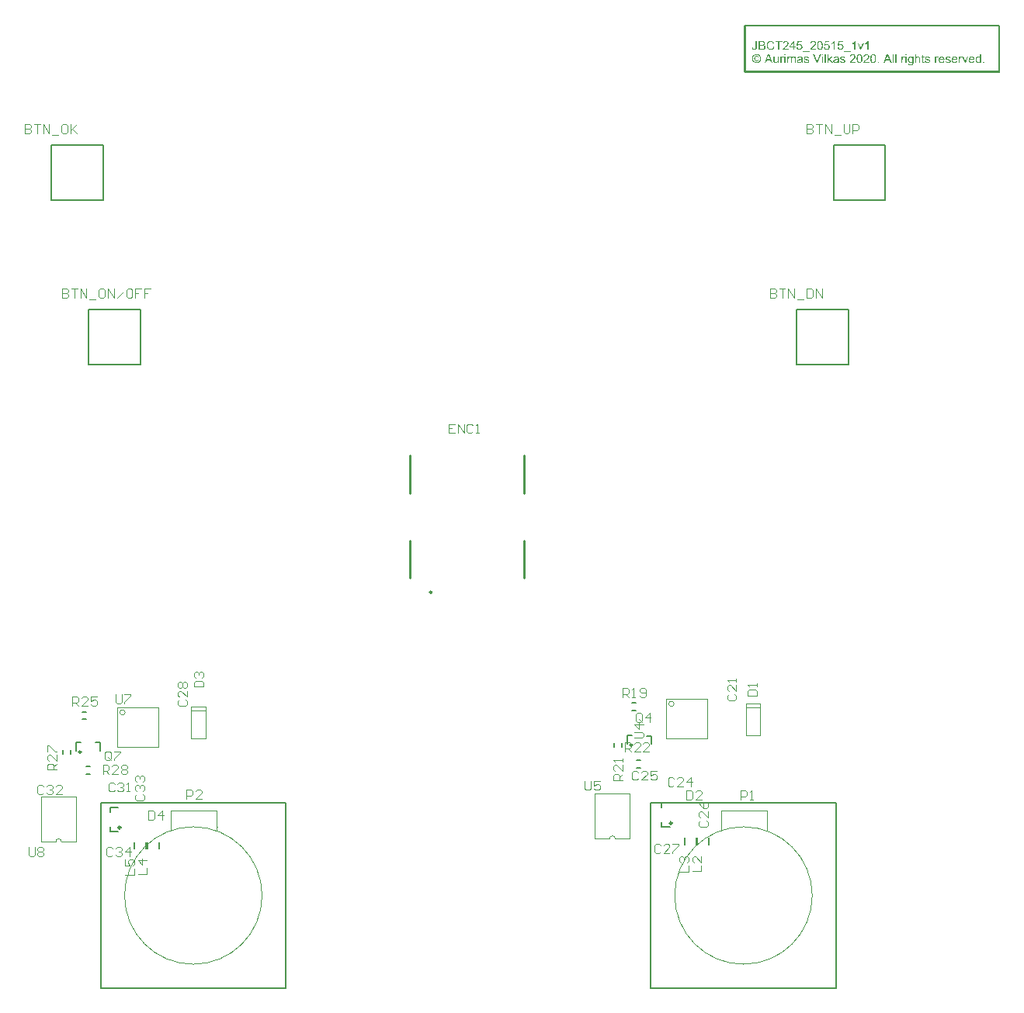
<source format=gto>
G04 Layer_Color=65535*
%FSLAX43Y43*%
%MOMM*%
G71*
G01*
G75*
%ADD78C,0.254*%
%ADD85C,0.250*%
%ADD86C,0.050*%
%ADD87C,0.100*%
%ADD88C,0.200*%
G36*
X96186Y100502D02*
X96042D01*
X95930Y100793D01*
X95528D01*
X95424Y100502D01*
X95289D01*
X95655Y101461D01*
X95794D01*
X96186Y100502D01*
D02*
G37*
G36*
X112594Y101198D02*
X112713D01*
Y101106D01*
X112594D01*
Y100697D01*
Y100694D01*
Y100689D01*
Y100680D01*
X112595Y100671D01*
X112597Y100649D01*
X112598Y100639D01*
X112600Y100632D01*
X112601Y100629D01*
X112605Y100624D01*
X112611Y100617D01*
X112620Y100610D01*
X112623Y100608D01*
X112630Y100606D01*
X112643Y100603D01*
X112661Y100601D01*
X112675D01*
X112681Y100603D01*
X112691D01*
X112702Y100604D01*
X112713Y100606D01*
X112729Y100502D01*
X112726D01*
X112720Y100500D01*
X112711Y100499D01*
X112698Y100497D01*
X112684Y100495D01*
X112669Y100493D01*
X112638Y100492D01*
X112627D01*
X112616Y100493D01*
X112602Y100495D01*
X112586Y100496D01*
X112569Y100500D01*
X112554Y100504D01*
X112539Y100511D01*
X112537Y100513D01*
X112533Y100515D01*
X112528Y100520D01*
X112519Y100526D01*
X112512Y100533D01*
X112504Y100543D01*
X112496Y100553D01*
X112490Y100565D01*
Y100567D01*
X112487Y100572D01*
X112486Y100582D01*
X112483Y100596D01*
X112480Y100614D01*
X112479Y100625D01*
Y100637D01*
X112478Y100653D01*
X112476Y100668D01*
Y100685D01*
Y100704D01*
Y101106D01*
X112389D01*
Y101198D01*
X112476D01*
Y101370D01*
X112594Y101440D01*
Y101198D01*
D02*
G37*
G36*
X94445Y101476D02*
X94456D01*
X94469Y101475D01*
X94485Y101472D01*
X94501Y101470D01*
X94537Y101463D01*
X94579Y101450D01*
X94622Y101435D01*
X94644Y101424D01*
X94666Y101413D01*
X94668Y101411D01*
X94672Y101410D01*
X94678Y101406D01*
X94686Y101402D01*
X94696Y101395D01*
X94708Y101386D01*
X94720Y101377D01*
X94734Y101366D01*
X94750Y101353D01*
X94765Y101341D01*
X94795Y101309D01*
X94825Y101271D01*
X94852Y101230D01*
X94854Y101228D01*
X94855Y101224D01*
X94858Y101219D01*
X94863Y101209D01*
X94868Y101198D01*
X94873Y101185D01*
X94880Y101171D01*
X94886Y101155D01*
X94892Y101137D01*
X94898Y101117D01*
X94909Y101076D01*
X94916Y101030D01*
X94917Y101006D01*
X94919Y100983D01*
Y100981D01*
Y100977D01*
Y100970D01*
X94917Y100961D01*
Y100949D01*
X94916Y100936D01*
X94913Y100920D01*
X94910Y100904D01*
X94902Y100866D01*
X94891Y100826D01*
X94874Y100782D01*
X94863Y100759D01*
X94852Y100737D01*
X94851Y100736D01*
X94849Y100732D01*
X94845Y100726D01*
X94840Y100718D01*
X94834Y100708D01*
X94826Y100697D01*
X94816Y100685D01*
X94805Y100671D01*
X94779Y100640D01*
X94748Y100610D01*
X94711Y100581D01*
X94669Y100554D01*
X94668D01*
X94664Y100551D01*
X94658Y100549D01*
X94648Y100545D01*
X94639Y100539D01*
X94626Y100533D01*
X94611Y100528D01*
X94594Y100522D01*
X94578Y100515D01*
X94558Y100510D01*
X94517Y100499D01*
X94471Y100492D01*
X94447Y100490D01*
X94424Y100489D01*
X94411D01*
X94402Y100490D01*
X94390D01*
X94377Y100493D01*
X94361Y100495D01*
X94345Y100497D01*
X94307Y100506D01*
X94267Y100517D01*
X94223Y100533D01*
X94200Y100543D01*
X94178Y100554D01*
X94177Y100556D01*
X94173Y100557D01*
X94167Y100561D01*
X94159Y100567D01*
X94149Y100574D01*
X94138Y100581D01*
X94126Y100590D01*
X94112Y100601D01*
X94081Y100628D01*
X94051Y100660D01*
X94022Y100696D01*
X93995Y100737D01*
Y100739D01*
X93992Y100743D01*
X93990Y100748D01*
X93985Y100758D01*
X93980Y100769D01*
X93974Y100782D01*
X93969Y100796D01*
X93963Y100812D01*
X93956Y100830D01*
X93951Y100850D01*
X93940Y100891D01*
X93933Y100936D01*
X93931Y100959D01*
X93930Y100983D01*
Y100984D01*
Y100988D01*
Y100995D01*
X93931Y101005D01*
Y101016D01*
X93934Y101030D01*
X93936Y101045D01*
X93938Y101062D01*
X93947Y101099D01*
X93958Y101141D01*
X93974Y101185D01*
X93984Y101207D01*
X93995Y101230D01*
X93997Y101231D01*
X93998Y101235D01*
X94002Y101241D01*
X94008Y101249D01*
X94015Y101259D01*
X94023Y101271D01*
X94033Y101284D01*
X94044Y101298D01*
X94070Y101327D01*
X94101Y101357D01*
X94138Y101386D01*
X94180Y101413D01*
X94181Y101414D01*
X94185Y101415D01*
X94192Y101418D01*
X94200Y101422D01*
X94212Y101428D01*
X94224Y101433D01*
X94239Y101439D01*
X94255Y101446D01*
X94273Y101452D01*
X94292Y101457D01*
X94334Y101468D01*
X94378Y101475D01*
X94400Y101478D01*
X94436D01*
X94445Y101476D01*
D02*
G37*
G36*
X97584Y100502D02*
X97466D01*
Y101198D01*
X97584D01*
Y100502D01*
D02*
G37*
G36*
X99207Y101212D02*
X99228Y101210D01*
X99251Y101207D01*
X99275Y101203D01*
X99298Y101198D01*
X99321Y101191D01*
X99323Y101189D01*
X99330Y101187D01*
X99340Y101182D01*
X99353Y101177D01*
X99366Y101169D01*
X99380Y101160D01*
X99393Y101149D01*
X99404Y101138D01*
X99405Y101137D01*
X99408Y101133D01*
X99412Y101126D01*
X99418Y101117D01*
X99425Y101105D01*
X99430Y101092D01*
X99436Y101077D01*
X99440Y101059D01*
Y101058D01*
X99441Y101053D01*
X99443Y101045D01*
X99444Y101034D01*
Y101019D01*
X99445Y101001D01*
X99447Y100977D01*
Y100951D01*
Y100793D01*
Y100791D01*
Y100786D01*
Y100778D01*
Y100766D01*
Y100754D01*
Y100739D01*
X99448Y100705D01*
Y100671D01*
X99450Y100636D01*
X99451Y100621D01*
Y100607D01*
X99452Y100594D01*
X99454Y100585D01*
Y100583D01*
X99455Y100578D01*
X99457Y100569D01*
X99461Y100558D01*
X99463Y100546D01*
X99469Y100532D01*
X99476Y100517D01*
X99483Y100502D01*
X99359D01*
X99358Y100503D01*
X99357Y100508D01*
X99354Y100515D01*
X99350Y100526D01*
X99346Y100539D01*
X99343Y100554D01*
X99340Y100571D01*
X99337Y100589D01*
X99336D01*
X99335Y100586D01*
X99326Y100579D01*
X99314Y100569D01*
X99297Y100557D01*
X99276Y100545D01*
X99255Y100531D01*
X99233Y100518D01*
X99210Y100508D01*
X99207Y100507D01*
X99199Y100506D01*
X99186Y100502D01*
X99171Y100497D01*
X99151Y100493D01*
X99129Y100490D01*
X99104Y100488D01*
X99079Y100486D01*
X99068D01*
X99060Y100488D01*
X99050D01*
X99039Y100489D01*
X99014Y100493D01*
X98986Y100500D01*
X98956Y100510D01*
X98928Y100524D01*
X98903Y100542D01*
X98900Y100545D01*
X98894Y100551D01*
X98884Y100564D01*
X98873Y100581D01*
X98862Y100601D01*
X98852Y100625D01*
X98845Y100654D01*
X98844Y100668D01*
X98842Y100685D01*
Y100687D01*
Y100693D01*
X98844Y100703D01*
X98845Y100715D01*
X98848Y100730D01*
X98852Y100746D01*
X98857Y100762D01*
X98864Y100778D01*
X98866Y100779D01*
X98869Y100784D01*
X98874Y100793D01*
X98881Y100802D01*
X98889Y100814D01*
X98900Y100825D01*
X98912Y100836D01*
X98925Y100845D01*
X98927Y100847D01*
X98932Y100850D01*
X98939Y100855D01*
X98950Y100861D01*
X98963Y100866D01*
X98978Y100873D01*
X98993Y100879D01*
X99011Y100884D01*
X99013D01*
X99018Y100886D01*
X99027Y100888D01*
X99038Y100890D01*
X99052Y100893D01*
X99070Y100895D01*
X99090Y100900D01*
X99115Y100902D01*
X99117D01*
X99122Y100904D01*
X99129D01*
X99139Y100905D01*
X99150Y100906D01*
X99164Y100909D01*
X99179Y100911D01*
X99196Y100913D01*
X99229Y100920D01*
X99265Y100927D01*
X99297Y100936D01*
X99312Y100940D01*
X99326Y100944D01*
Y100945D01*
Y100948D01*
X99328Y100956D01*
Y100966D01*
Y100972D01*
Y100974D01*
Y100976D01*
Y100977D01*
Y100986D01*
X99326Y100999D01*
X99323Y101015D01*
X99319Y101031D01*
X99312Y101048D01*
X99304Y101063D01*
X99293Y101076D01*
X99292Y101077D01*
X99285Y101083D01*
X99273Y101088D01*
X99260Y101096D01*
X99240Y101103D01*
X99218Y101110D01*
X99190Y101115D01*
X99158Y101116D01*
X99145D01*
X99131Y101115D01*
X99111Y101112D01*
X99092Y101109D01*
X99071Y101103D01*
X99052Y101096D01*
X99035Y101087D01*
X99034Y101085D01*
X99028Y101081D01*
X99021Y101074D01*
X99013Y101063D01*
X99004Y101049D01*
X98995Y101031D01*
X98986Y101009D01*
X98978Y100984D01*
X98863Y100999D01*
Y101001D01*
X98864Y101002D01*
Y101006D01*
X98866Y101012D01*
X98870Y101024D01*
X98875Y101042D01*
X98882Y101060D01*
X98891Y101080D01*
X98902Y101099D01*
X98914Y101117D01*
X98916Y101119D01*
X98921Y101124D01*
X98930Y101133D01*
X98941Y101144D01*
X98956Y101155D01*
X98974Y101166D01*
X98995Y101178D01*
X99018Y101188D01*
X99020D01*
X99021Y101189D01*
X99025Y101191D01*
X99031Y101192D01*
X99045Y101196D01*
X99064Y101201D01*
X99086Y101205D01*
X99114Y101209D01*
X99143Y101212D01*
X99176Y101213D01*
X99192D01*
X99207Y101212D01*
D02*
G37*
G36*
X101093Y100502D02*
X100960D01*
X100588Y101461D01*
X100727D01*
X100977Y100764D01*
Y100762D01*
X100978Y100759D01*
X100979Y100755D01*
X100982Y100750D01*
X100983Y100741D01*
X100986Y100733D01*
X100993Y100712D01*
X101002Y100689D01*
X101010Y100662D01*
X101026Y100607D01*
Y100608D01*
X101028Y100611D01*
X101029Y100615D01*
X101031Y100621D01*
X101035Y100636D01*
X101042Y100657D01*
X101049Y100680D01*
X101057Y100707D01*
X101067Y100735D01*
X101078Y100764D01*
X101339Y101461D01*
X101467D01*
X101093Y100502D01*
D02*
G37*
G36*
X117232D02*
X117119D01*
X116857Y101198D01*
X116982D01*
X117132Y100780D01*
Y100779D01*
X117133Y100778D01*
X117135Y100773D01*
X117136Y100769D01*
X117140Y100755D01*
X117146Y100737D01*
X117153Y100716D01*
X117161Y100693D01*
X117168Y100667D01*
X117176Y100640D01*
X117178Y100643D01*
X117179Y100650D01*
X117183Y100661D01*
X117187Y100678D01*
X117194Y100696D01*
X117201Y100719D01*
X117211Y100744D01*
X117221Y100772D01*
X117375Y101198D01*
X117497D01*
X117232Y100502D01*
D02*
G37*
G36*
X115323Y101212D02*
X115344Y101210D01*
X115366Y101207D01*
X115390Y101202D01*
X115415Y101196D01*
X115438Y101188D01*
X115440D01*
X115441Y101187D01*
X115448Y101184D01*
X115459Y101178D01*
X115473Y101171D01*
X115488Y101162D01*
X115504Y101151D01*
X115518Y101138D01*
X115530Y101124D01*
X115531Y101123D01*
X115534Y101117D01*
X115540Y101108D01*
X115547Y101096D01*
X115554Y101080D01*
X115561Y101062D01*
X115566Y101041D01*
X115572Y101017D01*
X115457Y101002D01*
Y101005D01*
X115455Y101010D01*
X115452Y101020D01*
X115448Y101033D01*
X115441Y101045D01*
X115433Y101059D01*
X115423Y101073D01*
X115409Y101085D01*
X115408Y101087D01*
X115402Y101090D01*
X115394Y101095D01*
X115382Y101101D01*
X115368Y101106D01*
X115350Y101112D01*
X115328Y101115D01*
X115304Y101116D01*
X115290D01*
X115276Y101115D01*
X115258Y101113D01*
X115240Y101109D01*
X115221Y101105D01*
X115203Y101098D01*
X115187Y101088D01*
X115186Y101087D01*
X115182Y101084D01*
X115176Y101078D01*
X115171Y101070D01*
X115164Y101062D01*
X115158Y101051D01*
X115154Y101038D01*
X115153Y101026D01*
Y101024D01*
Y101022D01*
X115154Y101017D01*
Y101012D01*
X115158Y100998D01*
X115167Y100984D01*
X115168Y100983D01*
X115169Y100981D01*
X115172Y100977D01*
X115178Y100973D01*
X115183Y100969D01*
X115192Y100963D01*
X115201Y100959D01*
X115212Y100954D01*
X115214D01*
X115217Y100952D01*
X115222Y100951D01*
X115232Y100947D01*
X115246Y100943D01*
X115264Y100938D01*
X115275Y100934D01*
X115287Y100931D01*
X115301Y100927D01*
X115316Y100923D01*
X115318D01*
X115322Y100922D01*
X115329Y100920D01*
X115337Y100918D01*
X115347Y100915D01*
X115359Y100912D01*
X115386Y100904D01*
X115415Y100895D01*
X115444Y100886D01*
X115470Y100876D01*
X115481Y100872D01*
X115491Y100868D01*
X115494Y100866D01*
X115500Y100864D01*
X115508Y100859D01*
X115520Y100852D01*
X115533Y100844D01*
X115545Y100833D01*
X115558Y100821D01*
X115569Y100807D01*
X115570Y100805D01*
X115573Y100800D01*
X115579Y100791D01*
X115584Y100779D01*
X115588Y100764D01*
X115594Y100747D01*
X115597Y100728D01*
X115598Y100705D01*
Y100703D01*
Y100696D01*
X115597Y100685D01*
X115594Y100669D01*
X115590Y100653D01*
X115583Y100635D01*
X115574Y100614D01*
X115563Y100594D01*
X115562Y100592D01*
X115556Y100586D01*
X115549Y100576D01*
X115538Y100565D01*
X115523Y100553D01*
X115506Y100539D01*
X115487Y100526D01*
X115463Y100514D01*
X115462D01*
X115461Y100513D01*
X115452Y100510D01*
X115438Y100506D01*
X115420Y100500D01*
X115398Y100495D01*
X115373Y100490D01*
X115347Y100488D01*
X115316Y100486D01*
X115304D01*
X115294Y100488D01*
X115283D01*
X115269Y100489D01*
X115255Y100490D01*
X115240Y100493D01*
X115207Y100500D01*
X115172Y100510D01*
X115139Y100524D01*
X115124Y100532D01*
X115110Y100542D01*
X115108Y100543D01*
X115107Y100545D01*
X115099Y100553D01*
X115086Y100565D01*
X115072Y100585D01*
X115057Y100608D01*
X115042Y100636D01*
X115029Y100671D01*
X115020Y100710D01*
X115136Y100728D01*
Y100726D01*
Y100725D01*
X115139Y100716D01*
X115142Y100703D01*
X115147Y100687D01*
X115154Y100671D01*
X115163Y100653D01*
X115175Y100635D01*
X115190Y100619D01*
X115193Y100618D01*
X115199Y100614D01*
X115210Y100608D01*
X115224Y100601D01*
X115242Y100594D01*
X115262Y100589D01*
X115287Y100585D01*
X115316Y100583D01*
X115330D01*
X115344Y100585D01*
X115362Y100588D01*
X115382Y100592D01*
X115402Y100597D01*
X115420Y100604D01*
X115437Y100615D01*
X115438Y100617D01*
X115444Y100621D01*
X115450Y100628D01*
X115458Y100637D01*
X115465Y100649D01*
X115472Y100662D01*
X115476Y100676D01*
X115477Y100693D01*
Y100694D01*
Y100700D01*
X115476Y100707D01*
X115473Y100716D01*
X115469Y100726D01*
X115462Y100736D01*
X115454Y100747D01*
X115441Y100755D01*
X115440Y100757D01*
X115436Y100758D01*
X115429Y100762D01*
X115418Y100766D01*
X115401Y100772D01*
X115391Y100776D01*
X115380Y100779D01*
X115368Y100783D01*
X115354Y100787D01*
X115339Y100791D01*
X115321Y100796D01*
X115319D01*
X115315Y100797D01*
X115308Y100798D01*
X115300Y100801D01*
X115289Y100804D01*
X115276Y100808D01*
X115250Y100815D01*
X115219Y100825D01*
X115190Y100833D01*
X115163Y100843D01*
X115150Y100848D01*
X115140Y100852D01*
X115138Y100854D01*
X115132Y100857D01*
X115124Y100862D01*
X115113Y100869D01*
X115100Y100879D01*
X115088Y100890D01*
X115075Y100902D01*
X115064Y100918D01*
X115063Y100919D01*
X115060Y100925D01*
X115056Y100934D01*
X115052Y100945D01*
X115047Y100959D01*
X115043Y100976D01*
X115040Y100992D01*
X115039Y101012D01*
Y101015D01*
Y101020D01*
X115040Y101029D01*
X115042Y101041D01*
X115045Y101053D01*
X115047Y101069D01*
X115053Y101083D01*
X115060Y101098D01*
X115061Y101099D01*
X115064Y101105D01*
X115068Y101112D01*
X115075Y101121D01*
X115083Y101131D01*
X115093Y101144D01*
X115104Y101155D01*
X115118Y101164D01*
X115120Y101166D01*
X115124Y101167D01*
X115129Y101171D01*
X115138Y101176D01*
X115149Y101181D01*
X115161Y101187D01*
X115176Y101192D01*
X115193Y101198D01*
X115196Y101199D01*
X115201Y101201D01*
X115211Y101203D01*
X115224Y101206D01*
X115239Y101209D01*
X115255Y101210D01*
X115275Y101213D01*
X115308D01*
X115323Y101212D01*
D02*
G37*
G36*
X116046D02*
X116057Y101210D01*
X116071Y101207D01*
X116086Y101205D01*
X116104Y101201D01*
X116121Y101196D01*
X116140Y101189D01*
X116158Y101182D01*
X116178Y101173D01*
X116197Y101162D01*
X116217Y101149D01*
X116235Y101134D01*
X116251Y101117D01*
X116253Y101116D01*
X116255Y101113D01*
X116260Y101108D01*
X116265Y101099D01*
X116272Y101090D01*
X116279Y101078D01*
X116287Y101065D01*
X116296Y101048D01*
X116304Y101030D01*
X116312Y101010D01*
X116319Y100988D01*
X116326Y100965D01*
X116332Y100938D01*
X116336Y100911D01*
X116339Y100882D01*
X116340Y100850D01*
Y100848D01*
Y100843D01*
Y100833D01*
X116339Y100819D01*
X115818D01*
Y100818D01*
Y100814D01*
X115820Y100808D01*
Y100800D01*
X115821Y100790D01*
X115824Y100779D01*
X115828Y100754D01*
X115837Y100726D01*
X115848Y100696D01*
X115863Y100668D01*
X115882Y100643D01*
X115884D01*
X115885Y100640D01*
X115893Y100633D01*
X115906Y100624D01*
X115923Y100614D01*
X115945Y100603D01*
X115970Y100593D01*
X115997Y100586D01*
X116013Y100585D01*
X116029Y100583D01*
X116040D01*
X116053Y100585D01*
X116068Y100588D01*
X116085Y100592D01*
X116104Y100597D01*
X116122Y100606D01*
X116140Y100617D01*
X116142Y100618D01*
X116149Y100624D01*
X116157Y100632D01*
X116167Y100643D01*
X116178Y100658D01*
X116190Y100678D01*
X116203Y100700D01*
X116214Y100726D01*
X116336Y100711D01*
Y100710D01*
X116334Y100707D01*
X116333Y100701D01*
X116330Y100693D01*
X116326Y100685D01*
X116322Y100674D01*
X116311Y100650D01*
X116297Y100624D01*
X116278Y100596D01*
X116255Y100569D01*
X116228Y100545D01*
X116226D01*
X116223Y100542D01*
X116219Y100539D01*
X116214Y100535D01*
X116205Y100531D01*
X116197Y100526D01*
X116186Y100521D01*
X116174Y100515D01*
X116160Y100510D01*
X116146Y100504D01*
X116111Y100496D01*
X116072Y100489D01*
X116029Y100486D01*
X116014D01*
X116004Y100488D01*
X115992Y100489D01*
X115977Y100492D01*
X115960Y100495D01*
X115942Y100497D01*
X115903Y100508D01*
X115882Y100517D01*
X115863Y100525D01*
X115842Y100536D01*
X115823Y100549D01*
X115805Y100563D01*
X115787Y100579D01*
X115785Y100581D01*
X115782Y100583D01*
X115778Y100589D01*
X115773Y100597D01*
X115766Y100607D01*
X115759Y100618D01*
X115751Y100632D01*
X115742Y100647D01*
X115734Y100665D01*
X115726Y100685D01*
X115719Y100707D01*
X115712Y100730D01*
X115706Y100755D01*
X115702Y100783D01*
X115699Y100812D01*
X115698Y100843D01*
Y100844D01*
Y100851D01*
Y100859D01*
X115699Y100872D01*
X115701Y100887D01*
X115702Y100904D01*
X115705Y100923D01*
X115709Y100943D01*
X115720Y100987D01*
X115727Y101009D01*
X115735Y101033D01*
X115746Y101055D01*
X115759Y101076D01*
X115773Y101096D01*
X115788Y101116D01*
X115789Y101117D01*
X115792Y101120D01*
X115798Y101124D01*
X115805Y101131D01*
X115813Y101138D01*
X115824Y101146D01*
X115837Y101156D01*
X115852Y101164D01*
X115867Y101174D01*
X115885Y101182D01*
X115904Y101191D01*
X115925Y101198D01*
X115947Y101205D01*
X115971Y101209D01*
X115996Y101212D01*
X116022Y101213D01*
X116036D01*
X116046Y101212D01*
D02*
G37*
G36*
X98509D02*
X98519D01*
X98529Y101210D01*
X98552Y101206D01*
X98577Y101199D01*
X98604Y101188D01*
X98630Y101174D01*
X98652Y101155D01*
X98655Y101152D01*
X98661Y101144D01*
X98670Y101131D01*
X98674Y101121D01*
X98680Y101112D01*
X98685Y101099D01*
X98690Y101087D01*
X98695Y101073D01*
X98699Y101056D01*
X98702Y101040D01*
X98705Y101020D01*
X98708Y101001D01*
Y100979D01*
Y100502D01*
X98590D01*
Y100938D01*
Y100940D01*
Y100941D01*
Y100949D01*
Y100962D01*
X98588Y100977D01*
X98587Y100994D01*
X98586Y101010D01*
X98583Y101027D01*
X98579Y101040D01*
Y101041D01*
X98576Y101045D01*
X98573Y101051D01*
X98569Y101058D01*
X98563Y101066D01*
X98557Y101074D01*
X98548Y101083D01*
X98537Y101091D01*
X98536Y101092D01*
X98532Y101094D01*
X98526Y101096D01*
X98516Y101101D01*
X98507Y101105D01*
X98494Y101108D01*
X98482Y101109D01*
X98466Y101110D01*
X98459D01*
X98454Y101109D01*
X98440Y101108D01*
X98423Y101105D01*
X98404Y101098D01*
X98383Y101090D01*
X98362Y101077D01*
X98343Y101060D01*
X98342Y101058D01*
X98336Y101051D01*
X98328Y101040D01*
X98319Y101023D01*
X98310Y101001D01*
X98303Y100974D01*
X98297Y100943D01*
X98294Y100905D01*
Y100502D01*
X98176D01*
Y100952D01*
Y100954D01*
Y100956D01*
Y100959D01*
Y100965D01*
X98175Y100980D01*
X98172Y100997D01*
X98170Y101016D01*
X98164Y101035D01*
X98157Y101053D01*
X98147Y101070D01*
X98146Y101072D01*
X98142Y101077D01*
X98135Y101083D01*
X98125Y101091D01*
X98113Y101098D01*
X98096Y101105D01*
X98077Y101109D01*
X98053Y101110D01*
X98045D01*
X98035Y101109D01*
X98024Y101108D01*
X98010Y101103D01*
X97993Y101099D01*
X97978Y101092D01*
X97962Y101084D01*
X97960Y101083D01*
X97955Y101078D01*
X97948Y101073D01*
X97938Y101065D01*
X97928Y101053D01*
X97919Y101040D01*
X97909Y101024D01*
X97901Y101006D01*
X97899Y101004D01*
X97898Y100997D01*
X97895Y100986D01*
X97891Y100970D01*
X97887Y100949D01*
X97884Y100925D01*
X97882Y100895D01*
X97881Y100862D01*
Y100502D01*
X97763D01*
Y101198D01*
X97869D01*
Y101098D01*
X97870Y101101D01*
X97874Y101106D01*
X97882Y101116D01*
X97892Y101127D01*
X97905Y101141D01*
X97920Y101155D01*
X97937Y101169D01*
X97956Y101181D01*
X97959Y101182D01*
X97966Y101187D01*
X97977Y101191D01*
X97992Y101198D01*
X98010Y101203D01*
X98031Y101207D01*
X98054Y101212D01*
X98079Y101213D01*
X98092D01*
X98107Y101212D01*
X98124Y101209D01*
X98145Y101205D01*
X98165Y101199D01*
X98186Y101191D01*
X98206Y101180D01*
X98208Y101178D01*
X98214Y101174D01*
X98222Y101167D01*
X98233Y101156D01*
X98244Y101144D01*
X98257Y101128D01*
X98268Y101110D01*
X98276Y101090D01*
X98278Y101091D01*
X98281Y101095D01*
X98285Y101101D01*
X98292Y101109D01*
X98300Y101119D01*
X98310Y101128D01*
X98321Y101139D01*
X98335Y101152D01*
X98350Y101163D01*
X98365Y101174D01*
X98383Y101184D01*
X98403Y101194D01*
X98423Y101202D01*
X98446Y101207D01*
X98468Y101212D01*
X98493Y101213D01*
X98502D01*
X98509Y101212D01*
D02*
G37*
G36*
X113086D02*
X113107Y101210D01*
X113129Y101207D01*
X113153Y101202D01*
X113178Y101196D01*
X113202Y101188D01*
X113203D01*
X113204Y101187D01*
X113211Y101184D01*
X113222Y101178D01*
X113236Y101171D01*
X113251Y101162D01*
X113267Y101151D01*
X113281Y101138D01*
X113293Y101124D01*
X113294Y101123D01*
X113297Y101117D01*
X113303Y101108D01*
X113310Y101096D01*
X113317Y101080D01*
X113324Y101062D01*
X113329Y101041D01*
X113335Y101017D01*
X113220Y101002D01*
Y101005D01*
X113218Y101010D01*
X113215Y101020D01*
X113211Y101033D01*
X113204Y101045D01*
X113196Y101059D01*
X113186Y101073D01*
X113172Y101085D01*
X113171Y101087D01*
X113165Y101090D01*
X113157Y101095D01*
X113145Y101101D01*
X113131Y101106D01*
X113113Y101112D01*
X113091Y101115D01*
X113067Y101116D01*
X113053D01*
X113039Y101115D01*
X113021Y101113D01*
X113003Y101109D01*
X112984Y101105D01*
X112966Y101098D01*
X112951Y101088D01*
X112949Y101087D01*
X112945Y101084D01*
X112939Y101078D01*
X112934Y101070D01*
X112927Y101062D01*
X112921Y101051D01*
X112917Y101038D01*
X112916Y101026D01*
Y101024D01*
Y101022D01*
X112917Y101017D01*
Y101012D01*
X112921Y100998D01*
X112930Y100984D01*
X112931Y100983D01*
X112932Y100981D01*
X112935Y100977D01*
X112941Y100973D01*
X112946Y100969D01*
X112955Y100963D01*
X112964Y100959D01*
X112975Y100954D01*
X112977D01*
X112980Y100952D01*
X112985Y100951D01*
X112995Y100947D01*
X113009Y100943D01*
X113027Y100938D01*
X113038Y100934D01*
X113050Y100931D01*
X113064Y100927D01*
X113079Y100923D01*
X113081D01*
X113085Y100922D01*
X113092Y100920D01*
X113100Y100918D01*
X113110Y100915D01*
X113122Y100912D01*
X113149Y100904D01*
X113178Y100895D01*
X113207Y100886D01*
X113233Y100876D01*
X113245Y100872D01*
X113254Y100868D01*
X113257Y100866D01*
X113263Y100864D01*
X113271Y100859D01*
X113283Y100852D01*
X113296Y100844D01*
X113308Y100833D01*
X113321Y100821D01*
X113332Y100807D01*
X113333Y100805D01*
X113336Y100800D01*
X113342Y100791D01*
X113347Y100779D01*
X113351Y100764D01*
X113357Y100747D01*
X113360Y100728D01*
X113361Y100705D01*
Y100703D01*
Y100696D01*
X113360Y100685D01*
X113357Y100669D01*
X113353Y100653D01*
X113346Y100635D01*
X113337Y100614D01*
X113326Y100594D01*
X113325Y100592D01*
X113319Y100586D01*
X113312Y100576D01*
X113301Y100565D01*
X113286Y100553D01*
X113269Y100539D01*
X113250Y100526D01*
X113226Y100514D01*
X113225D01*
X113224Y100513D01*
X113215Y100510D01*
X113202Y100506D01*
X113184Y100500D01*
X113161Y100495D01*
X113136Y100490D01*
X113110Y100488D01*
X113079Y100486D01*
X113067D01*
X113057Y100488D01*
X113046D01*
X113032Y100489D01*
X113018Y100490D01*
X113003Y100493D01*
X112970Y100500D01*
X112935Y100510D01*
X112902Y100524D01*
X112887Y100532D01*
X112873Y100542D01*
X112871Y100543D01*
X112870Y100545D01*
X112862Y100553D01*
X112849Y100565D01*
X112835Y100585D01*
X112820Y100608D01*
X112805Y100636D01*
X112792Y100671D01*
X112783Y100710D01*
X112899Y100728D01*
Y100726D01*
Y100725D01*
X112902Y100716D01*
X112905Y100703D01*
X112910Y100687D01*
X112917Y100671D01*
X112926Y100653D01*
X112938Y100635D01*
X112953Y100619D01*
X112956Y100618D01*
X112962Y100614D01*
X112973Y100608D01*
X112987Y100601D01*
X113005Y100594D01*
X113025Y100589D01*
X113050Y100585D01*
X113079Y100583D01*
X113093D01*
X113107Y100585D01*
X113125Y100588D01*
X113145Y100592D01*
X113165Y100597D01*
X113184Y100604D01*
X113200Y100615D01*
X113202Y100617D01*
X113207Y100621D01*
X113213Y100628D01*
X113221Y100637D01*
X113228Y100649D01*
X113235Y100662D01*
X113239Y100676D01*
X113240Y100693D01*
Y100694D01*
Y100700D01*
X113239Y100707D01*
X113236Y100716D01*
X113232Y100726D01*
X113225Y100736D01*
X113217Y100747D01*
X113204Y100755D01*
X113203Y100757D01*
X113199Y100758D01*
X113192Y100762D01*
X113181Y100766D01*
X113164Y100772D01*
X113154Y100776D01*
X113143Y100779D01*
X113131Y100783D01*
X113117Y100787D01*
X113102Y100791D01*
X113084Y100796D01*
X113082D01*
X113078Y100797D01*
X113071Y100798D01*
X113063Y100801D01*
X113052Y100804D01*
X113039Y100808D01*
X113013Y100815D01*
X112982Y100825D01*
X112953Y100833D01*
X112926Y100843D01*
X112913Y100848D01*
X112903Y100852D01*
X112901Y100854D01*
X112895Y100857D01*
X112887Y100862D01*
X112876Y100869D01*
X112863Y100879D01*
X112851Y100890D01*
X112838Y100902D01*
X112827Y100918D01*
X112826Y100919D01*
X112823Y100925D01*
X112819Y100934D01*
X112815Y100945D01*
X112810Y100959D01*
X112806Y100976D01*
X112804Y100992D01*
X112802Y101012D01*
Y101015D01*
Y101020D01*
X112804Y101029D01*
X112805Y101041D01*
X112808Y101053D01*
X112810Y101069D01*
X112816Y101083D01*
X112823Y101098D01*
X112824Y101099D01*
X112827Y101105D01*
X112831Y101112D01*
X112838Y101121D01*
X112846Y101131D01*
X112856Y101144D01*
X112867Y101155D01*
X112881Y101164D01*
X112883Y101166D01*
X112887Y101167D01*
X112892Y101171D01*
X112901Y101176D01*
X112912Y101181D01*
X112924Y101187D01*
X112939Y101192D01*
X112956Y101198D01*
X112959Y101199D01*
X112964Y101201D01*
X112974Y101203D01*
X112987Y101206D01*
X113002Y101209D01*
X113018Y101210D01*
X113038Y101213D01*
X113071D01*
X113086Y101212D01*
D02*
G37*
G36*
X117910D02*
X117921Y101210D01*
X117935Y101207D01*
X117950Y101205D01*
X117968Y101201D01*
X117985Y101196D01*
X118004Y101189D01*
X118022Y101182D01*
X118042Y101173D01*
X118061Y101162D01*
X118080Y101149D01*
X118098Y101134D01*
X118115Y101117D01*
X118116Y101116D01*
X118119Y101113D01*
X118123Y101108D01*
X118129Y101099D01*
X118136Y101090D01*
X118143Y101078D01*
X118151Y101065D01*
X118159Y101048D01*
X118168Y101030D01*
X118176Y101010D01*
X118183Y100988D01*
X118190Y100965D01*
X118196Y100938D01*
X118200Y100911D01*
X118202Y100882D01*
X118204Y100850D01*
Y100848D01*
Y100843D01*
Y100833D01*
X118202Y100819D01*
X117682D01*
Y100818D01*
Y100814D01*
X117684Y100808D01*
Y100800D01*
X117685Y100790D01*
X117688Y100779D01*
X117692Y100754D01*
X117700Y100726D01*
X117712Y100696D01*
X117727Y100668D01*
X117746Y100643D01*
X117748D01*
X117749Y100640D01*
X117757Y100633D01*
X117770Y100624D01*
X117786Y100614D01*
X117809Y100603D01*
X117834Y100593D01*
X117861Y100586D01*
X117877Y100585D01*
X117893Y100583D01*
X117904D01*
X117917Y100585D01*
X117932Y100588D01*
X117949Y100592D01*
X117968Y100597D01*
X117986Y100606D01*
X118004Y100617D01*
X118006Y100618D01*
X118012Y100624D01*
X118021Y100632D01*
X118031Y100643D01*
X118042Y100658D01*
X118054Y100678D01*
X118067Y100700D01*
X118078Y100726D01*
X118200Y100711D01*
Y100710D01*
X118198Y100707D01*
X118197Y100701D01*
X118194Y100693D01*
X118190Y100685D01*
X118186Y100674D01*
X118175Y100650D01*
X118161Y100624D01*
X118141Y100596D01*
X118119Y100569D01*
X118092Y100545D01*
X118090D01*
X118087Y100542D01*
X118083Y100539D01*
X118078Y100535D01*
X118069Y100531D01*
X118061Y100526D01*
X118050Y100521D01*
X118037Y100515D01*
X118024Y100510D01*
X118010Y100504D01*
X117975Y100496D01*
X117936Y100489D01*
X117893Y100486D01*
X117878D01*
X117868Y100488D01*
X117856Y100489D01*
X117841Y100492D01*
X117824Y100495D01*
X117806Y100497D01*
X117767Y100508D01*
X117746Y100517D01*
X117727Y100525D01*
X117706Y100536D01*
X117687Y100549D01*
X117669Y100563D01*
X117651Y100579D01*
X117649Y100581D01*
X117646Y100583D01*
X117642Y100589D01*
X117637Y100597D01*
X117630Y100607D01*
X117623Y100618D01*
X117614Y100632D01*
X117606Y100647D01*
X117598Y100665D01*
X117589Y100685D01*
X117583Y100707D01*
X117576Y100730D01*
X117570Y100755D01*
X117566Y100783D01*
X117563Y100812D01*
X117562Y100843D01*
Y100844D01*
Y100851D01*
Y100859D01*
X117563Y100872D01*
X117565Y100887D01*
X117566Y100904D01*
X117569Y100923D01*
X117573Y100943D01*
X117584Y100987D01*
X117591Y101009D01*
X117599Y101033D01*
X117610Y101055D01*
X117623Y101076D01*
X117637Y101096D01*
X117652Y101116D01*
X117653Y101117D01*
X117656Y101120D01*
X117662Y101124D01*
X117669Y101131D01*
X117677Y101138D01*
X117688Y101146D01*
X117700Y101156D01*
X117716Y101164D01*
X117731Y101174D01*
X117749Y101182D01*
X117768Y101191D01*
X117789Y101198D01*
X117811Y101205D01*
X117835Y101209D01*
X117860Y101212D01*
X117886Y101213D01*
X117900D01*
X117910Y101212D01*
D02*
G37*
G36*
X99885D02*
X99906Y101210D01*
X99928Y101207D01*
X99952Y101202D01*
X99977Y101196D01*
X100000Y101188D01*
X100002D01*
X100003Y101187D01*
X100010Y101184D01*
X100021Y101178D01*
X100035Y101171D01*
X100050Y101162D01*
X100065Y101151D01*
X100079Y101138D01*
X100092Y101124D01*
X100093Y101123D01*
X100096Y101117D01*
X100101Y101108D01*
X100108Y101096D01*
X100115Y101080D01*
X100122Y101062D01*
X100128Y101041D01*
X100133Y101017D01*
X100018Y101002D01*
Y101005D01*
X100017Y101010D01*
X100014Y101020D01*
X100010Y101033D01*
X100003Y101045D01*
X99995Y101059D01*
X99985Y101073D01*
X99971Y101085D01*
X99970Y101087D01*
X99964Y101090D01*
X99956Y101095D01*
X99943Y101101D01*
X99929Y101106D01*
X99911Y101112D01*
X99889Y101115D01*
X99866Y101116D01*
X99852D01*
X99838Y101115D01*
X99820Y101113D01*
X99802Y101109D01*
X99782Y101105D01*
X99764Y101098D01*
X99749Y101088D01*
X99748Y101087D01*
X99744Y101084D01*
X99738Y101078D01*
X99733Y101070D01*
X99726Y101062D01*
X99720Y101051D01*
X99716Y101038D01*
X99715Y101026D01*
Y101024D01*
Y101022D01*
X99716Y101017D01*
Y101012D01*
X99720Y100998D01*
X99728Y100984D01*
X99730Y100983D01*
X99731Y100981D01*
X99734Y100977D01*
X99739Y100973D01*
X99745Y100969D01*
X99753Y100963D01*
X99763Y100959D01*
X99774Y100954D01*
X99776D01*
X99778Y100952D01*
X99784Y100951D01*
X99794Y100947D01*
X99807Y100943D01*
X99825Y100938D01*
X99837Y100934D01*
X99849Y100931D01*
X99863Y100927D01*
X99878Y100923D01*
X99880D01*
X99884Y100922D01*
X99891Y100920D01*
X99899Y100918D01*
X99909Y100915D01*
X99921Y100912D01*
X99948Y100904D01*
X99977Y100895D01*
X100006Y100886D01*
X100032Y100876D01*
X100043Y100872D01*
X100053Y100868D01*
X100056Y100866D01*
X100061Y100864D01*
X100070Y100859D01*
X100082Y100852D01*
X100094Y100844D01*
X100107Y100833D01*
X100119Y100821D01*
X100131Y100807D01*
X100132Y100805D01*
X100135Y100800D01*
X100140Y100791D01*
X100146Y100779D01*
X100150Y100764D01*
X100156Y100747D01*
X100158Y100728D01*
X100160Y100705D01*
Y100703D01*
Y100696D01*
X100158Y100685D01*
X100156Y100669D01*
X100151Y100653D01*
X100144Y100635D01*
X100136Y100614D01*
X100125Y100594D01*
X100124Y100592D01*
X100118Y100586D01*
X100111Y100576D01*
X100100Y100565D01*
X100085Y100553D01*
X100068Y100539D01*
X100049Y100526D01*
X100025Y100514D01*
X100024D01*
X100022Y100513D01*
X100014Y100510D01*
X100000Y100506D01*
X99982Y100500D01*
X99960Y100495D01*
X99935Y100490D01*
X99909Y100488D01*
X99878Y100486D01*
X99866D01*
X99856Y100488D01*
X99845D01*
X99831Y100489D01*
X99817Y100490D01*
X99802Y100493D01*
X99769Y100500D01*
X99734Y100510D01*
X99701Y100524D01*
X99685Y100532D01*
X99672Y100542D01*
X99670Y100543D01*
X99669Y100545D01*
X99660Y100553D01*
X99648Y100565D01*
X99634Y100585D01*
X99619Y100608D01*
X99604Y100636D01*
X99591Y100671D01*
X99581Y100710D01*
X99698Y100728D01*
Y100726D01*
Y100725D01*
X99701Y100716D01*
X99703Y100703D01*
X99709Y100687D01*
X99716Y100671D01*
X99724Y100653D01*
X99737Y100635D01*
X99752Y100619D01*
X99755Y100618D01*
X99760Y100614D01*
X99771Y100608D01*
X99785Y100601D01*
X99803Y100594D01*
X99824Y100589D01*
X99849Y100585D01*
X99878Y100583D01*
X99892D01*
X99906Y100585D01*
X99924Y100588D01*
X99943Y100592D01*
X99964Y100597D01*
X99982Y100604D01*
X99999Y100615D01*
X100000Y100617D01*
X100006Y100621D01*
X100011Y100628D01*
X100020Y100637D01*
X100027Y100649D01*
X100033Y100662D01*
X100038Y100676D01*
X100039Y100693D01*
Y100694D01*
Y100700D01*
X100038Y100707D01*
X100035Y100716D01*
X100031Y100726D01*
X100024Y100736D01*
X100015Y100747D01*
X100003Y100755D01*
X100002Y100757D01*
X99997Y100758D01*
X99990Y100762D01*
X99979Y100766D01*
X99963Y100772D01*
X99953Y100776D01*
X99942Y100779D01*
X99929Y100783D01*
X99916Y100787D01*
X99900Y100791D01*
X99882Y100796D01*
X99881D01*
X99877Y100797D01*
X99870Y100798D01*
X99862Y100801D01*
X99850Y100804D01*
X99838Y100808D01*
X99812Y100815D01*
X99781Y100825D01*
X99752Y100833D01*
X99724Y100843D01*
X99712Y100848D01*
X99702Y100852D01*
X99699Y100854D01*
X99694Y100857D01*
X99685Y100862D01*
X99674Y100869D01*
X99662Y100879D01*
X99649Y100890D01*
X99637Y100902D01*
X99626Y100918D01*
X99624Y100919D01*
X99622Y100925D01*
X99617Y100934D01*
X99613Y100945D01*
X99609Y100959D01*
X99605Y100976D01*
X99602Y100992D01*
X99601Y101012D01*
Y101015D01*
Y101020D01*
X99602Y101029D01*
X99604Y101041D01*
X99606Y101053D01*
X99609Y101069D01*
X99615Y101083D01*
X99622Y101098D01*
X99623Y101099D01*
X99626Y101105D01*
X99630Y101112D01*
X99637Y101121D01*
X99645Y101131D01*
X99655Y101144D01*
X99666Y101155D01*
X99680Y101164D01*
X99681Y101166D01*
X99685Y101167D01*
X99691Y101171D01*
X99699Y101176D01*
X99710Y101181D01*
X99723Y101187D01*
X99738Y101192D01*
X99755Y101198D01*
X99757Y101199D01*
X99763Y101201D01*
X99773Y101203D01*
X99785Y101206D01*
X99800Y101209D01*
X99817Y101210D01*
X99837Y101213D01*
X99870D01*
X99885Y101212D01*
D02*
G37*
G36*
X103838D02*
X103858Y101210D01*
X103881Y101207D01*
X103904Y101202D01*
X103929Y101196D01*
X103953Y101188D01*
X103954D01*
X103955Y101187D01*
X103962Y101184D01*
X103974Y101178D01*
X103987Y101171D01*
X104003Y101162D01*
X104018Y101151D01*
X104032Y101138D01*
X104044Y101124D01*
X104046Y101123D01*
X104048Y101117D01*
X104054Y101108D01*
X104061Y101096D01*
X104068Y101080D01*
X104075Y101062D01*
X104080Y101041D01*
X104086Y101017D01*
X103971Y101002D01*
Y101005D01*
X103969Y101010D01*
X103967Y101020D01*
X103962Y101033D01*
X103955Y101045D01*
X103947Y101059D01*
X103937Y101073D01*
X103924Y101085D01*
X103922Y101087D01*
X103917Y101090D01*
X103908Y101095D01*
X103896Y101101D01*
X103882Y101106D01*
X103864Y101112D01*
X103842Y101115D01*
X103818Y101116D01*
X103804D01*
X103790Y101115D01*
X103772Y101113D01*
X103754Y101109D01*
X103735Y101105D01*
X103717Y101098D01*
X103702Y101088D01*
X103700Y101087D01*
X103696Y101084D01*
X103691Y101078D01*
X103685Y101070D01*
X103678Y101062D01*
X103673Y101051D01*
X103668Y101038D01*
X103667Y101026D01*
Y101024D01*
Y101022D01*
X103668Y101017D01*
Y101012D01*
X103673Y100998D01*
X103681Y100984D01*
X103682Y100983D01*
X103684Y100981D01*
X103686Y100977D01*
X103692Y100973D01*
X103698Y100969D01*
X103706Y100963D01*
X103716Y100959D01*
X103727Y100954D01*
X103728D01*
X103731Y100952D01*
X103736Y100951D01*
X103746Y100947D01*
X103760Y100943D01*
X103778Y100938D01*
X103789Y100934D01*
X103802Y100931D01*
X103815Y100927D01*
X103831Y100923D01*
X103832D01*
X103836Y100922D01*
X103843Y100920D01*
X103851Y100918D01*
X103861Y100915D01*
X103874Y100912D01*
X103900Y100904D01*
X103929Y100895D01*
X103958Y100886D01*
X103985Y100876D01*
X103996Y100872D01*
X104005Y100868D01*
X104008Y100866D01*
X104014Y100864D01*
X104022Y100859D01*
X104035Y100852D01*
X104047Y100844D01*
X104059Y100833D01*
X104072Y100821D01*
X104083Y100807D01*
X104084Y100805D01*
X104087Y100800D01*
X104093Y100791D01*
X104098Y100779D01*
X104102Y100764D01*
X104108Y100747D01*
X104111Y100728D01*
X104112Y100705D01*
Y100703D01*
Y100696D01*
X104111Y100685D01*
X104108Y100669D01*
X104104Y100653D01*
X104097Y100635D01*
X104089Y100614D01*
X104078Y100594D01*
X104076Y100592D01*
X104071Y100586D01*
X104064Y100576D01*
X104053Y100565D01*
X104037Y100553D01*
X104021Y100539D01*
X104001Y100526D01*
X103978Y100514D01*
X103976D01*
X103975Y100513D01*
X103967Y100510D01*
X103953Y100506D01*
X103935Y100500D01*
X103912Y100495D01*
X103888Y100490D01*
X103861Y100488D01*
X103831Y100486D01*
X103818D01*
X103808Y100488D01*
X103797D01*
X103784Y100489D01*
X103770Y100490D01*
X103754Y100493D01*
X103721Y100500D01*
X103686Y100510D01*
X103653Y100524D01*
X103638Y100532D01*
X103624Y100542D01*
X103623Y100543D01*
X103621Y100545D01*
X103613Y100553D01*
X103600Y100565D01*
X103587Y100585D01*
X103571Y100608D01*
X103556Y100636D01*
X103544Y100671D01*
X103534Y100710D01*
X103650Y100728D01*
Y100726D01*
Y100725D01*
X103653Y100716D01*
X103656Y100703D01*
X103661Y100687D01*
X103668Y100671D01*
X103677Y100653D01*
X103689Y100635D01*
X103704Y100619D01*
X103707Y100618D01*
X103713Y100614D01*
X103724Y100608D01*
X103738Y100601D01*
X103756Y100594D01*
X103777Y100589D01*
X103802Y100585D01*
X103831Y100583D01*
X103845D01*
X103858Y100585D01*
X103876Y100588D01*
X103896Y100592D01*
X103917Y100597D01*
X103935Y100604D01*
X103951Y100615D01*
X103953Y100617D01*
X103958Y100621D01*
X103964Y100628D01*
X103972Y100637D01*
X103979Y100649D01*
X103986Y100662D01*
X103990Y100676D01*
X103992Y100693D01*
Y100694D01*
Y100700D01*
X103990Y100707D01*
X103987Y100716D01*
X103983Y100726D01*
X103976Y100736D01*
X103968Y100747D01*
X103955Y100755D01*
X103954Y100757D01*
X103950Y100758D01*
X103943Y100762D01*
X103932Y100766D01*
X103915Y100772D01*
X103906Y100776D01*
X103894Y100779D01*
X103882Y100783D01*
X103868Y100787D01*
X103853Y100791D01*
X103835Y100796D01*
X103833D01*
X103829Y100797D01*
X103822Y100798D01*
X103814Y100801D01*
X103803Y100804D01*
X103790Y100808D01*
X103764Y100815D01*
X103734Y100825D01*
X103704Y100833D01*
X103677Y100843D01*
X103664Y100848D01*
X103655Y100852D01*
X103652Y100854D01*
X103646Y100857D01*
X103638Y100862D01*
X103627Y100869D01*
X103614Y100879D01*
X103602Y100890D01*
X103589Y100902D01*
X103578Y100918D01*
X103577Y100919D01*
X103574Y100925D01*
X103570Y100934D01*
X103566Y100945D01*
X103562Y100959D01*
X103557Y100976D01*
X103555Y100992D01*
X103553Y101012D01*
Y101015D01*
Y101020D01*
X103555Y101029D01*
X103556Y101041D01*
X103559Y101053D01*
X103562Y101069D01*
X103567Y101083D01*
X103574Y101098D01*
X103575Y101099D01*
X103578Y101105D01*
X103582Y101112D01*
X103589Y101121D01*
X103598Y101131D01*
X103607Y101144D01*
X103618Y101155D01*
X103632Y101164D01*
X103634Y101166D01*
X103638Y101167D01*
X103643Y101171D01*
X103652Y101176D01*
X103663Y101181D01*
X103675Y101187D01*
X103691Y101192D01*
X103707Y101198D01*
X103710Y101199D01*
X103716Y101201D01*
X103725Y101203D01*
X103738Y101206D01*
X103753Y101209D01*
X103770Y101210D01*
X103789Y101213D01*
X103822D01*
X103838Y101212D01*
D02*
G37*
G36*
X110784Y100502D02*
X110666D01*
Y101198D01*
X110784D01*
Y100502D01*
D02*
G37*
G36*
X111829Y101117D02*
X111830Y101119D01*
X111833Y101121D01*
X111837Y101126D01*
X111844Y101133D01*
X111851Y101139D01*
X111860Y101148D01*
X111873Y101156D01*
X111885Y101166D01*
X111899Y101174D01*
X111915Y101182D01*
X111951Y101198D01*
X111970Y101205D01*
X111991Y101209D01*
X112013Y101212D01*
X112035Y101213D01*
X112048D01*
X112063Y101212D01*
X112081Y101209D01*
X112102Y101206D01*
X112124Y101201D01*
X112146Y101192D01*
X112168Y101182D01*
X112171Y101181D01*
X112178Y101177D01*
X112188Y101170D01*
X112200Y101160D01*
X112213Y101148D01*
X112227Y101134D01*
X112239Y101117D01*
X112250Y101098D01*
X112252Y101095D01*
X112254Y101088D01*
X112258Y101076D01*
X112263Y101058D01*
X112267Y101035D01*
X112271Y101009D01*
X112274Y100977D01*
X112275Y100941D01*
Y100502D01*
X112157D01*
Y100943D01*
Y100944D01*
Y100947D01*
Y100951D01*
Y100956D01*
X112156Y100972D01*
X112153Y100991D01*
X112148Y101012D01*
X112141Y101033D01*
X112131Y101053D01*
X112118Y101070D01*
X112117Y101072D01*
X112111Y101077D01*
X112103Y101084D01*
X112091Y101091D01*
X112075Y101099D01*
X112057Y101105D01*
X112035Y101110D01*
X112010Y101112D01*
X112002D01*
X111992Y101110D01*
X111978Y101109D01*
X111964Y101105D01*
X111948Y101101D01*
X111931Y101094D01*
X111913Y101084D01*
X111912Y101083D01*
X111906Y101078D01*
X111898Y101073D01*
X111888Y101065D01*
X111877Y101053D01*
X111866Y101041D01*
X111856Y101026D01*
X111848Y101009D01*
X111847Y101006D01*
X111845Y101001D01*
X111842Y100990D01*
X111838Y100976D01*
X111834Y100958D01*
X111831Y100936D01*
X111830Y100911D01*
X111829Y100882D01*
Y100502D01*
X111711D01*
Y101461D01*
X111829D01*
Y101117D01*
D02*
G37*
G36*
X119262Y100502D02*
X119128D01*
Y100636D01*
X119262D01*
Y100502D01*
D02*
G37*
G36*
X109664D02*
X109546D01*
Y101461D01*
X109664D01*
Y100502D01*
D02*
G37*
G36*
X107778D02*
X107643D01*
Y100636D01*
X107778D01*
Y100502D01*
D02*
G37*
G36*
X109163D02*
X109019D01*
X108906Y100793D01*
X108504D01*
X108400Y100502D01*
X108266D01*
X108632Y101461D01*
X108771D01*
X109163Y100502D01*
D02*
G37*
G36*
X109366D02*
X109248D01*
Y101461D01*
X109366D01*
Y100502D01*
D02*
G37*
G36*
X101981D02*
X101863D01*
Y101461D01*
X101981D01*
Y100502D01*
D02*
G37*
G36*
X101685D02*
X101567D01*
Y101198D01*
X101685D01*
Y100502D01*
D02*
G37*
G36*
X96835D02*
X96730D01*
Y100603D01*
X96729Y100601D01*
X96726Y100597D01*
X96722Y100592D01*
X96715Y100585D01*
X96706Y100576D01*
X96697Y100565D01*
X96686Y100556D01*
X96672Y100545D01*
X96657Y100533D01*
X96640Y100524D01*
X96622Y100514D01*
X96602Y100504D01*
X96580Y100497D01*
X96558Y100492D01*
X96533Y100488D01*
X96508Y100486D01*
X96498D01*
X96486Y100488D01*
X96471Y100489D01*
X96453Y100492D01*
X96433Y100496D01*
X96414Y100502D01*
X96393Y100510D01*
X96390Y100511D01*
X96385Y100514D01*
X96375Y100520D01*
X96364Y100526D01*
X96350Y100535D01*
X96338Y100545D01*
X96325Y100556D01*
X96314Y100568D01*
X96313Y100569D01*
X96310Y100575D01*
X96306Y100582D01*
X96300Y100593D01*
X96293Y100606D01*
X96288Y100621D01*
X96282Y100637D01*
X96278Y100655D01*
Y100657D01*
X96277Y100662D01*
X96275Y100671D01*
Y100682D01*
X96274Y100698D01*
X96272Y100716D01*
X96271Y100740D01*
Y100766D01*
Y101198D01*
X96389D01*
Y100811D01*
Y100809D01*
Y100807D01*
Y100802D01*
Y100796D01*
Y100780D01*
X96390Y100761D01*
Y100740D01*
X96392Y100719D01*
X96393Y100701D01*
X96396Y100686D01*
Y100685D01*
X96399Y100679D01*
X96401Y100671D01*
X96406Y100660D01*
X96412Y100649D01*
X96421Y100636D01*
X96430Y100625D01*
X96443Y100614D01*
X96444Y100612D01*
X96450Y100610D01*
X96457Y100606D01*
X96468Y100601D01*
X96480Y100596D01*
X96496Y100592D01*
X96512Y100589D01*
X96532Y100588D01*
X96541D01*
X96551Y100589D01*
X96564Y100590D01*
X96579Y100594D01*
X96596Y100599D01*
X96614Y100606D01*
X96632Y100614D01*
X96634Y100615D01*
X96640Y100619D01*
X96648Y100625D01*
X96658Y100633D01*
X96669Y100644D01*
X96680Y100657D01*
X96690Y100671D01*
X96698Y100687D01*
X96700Y100690D01*
X96701Y100696D01*
X96704Y100707D01*
X96708Y100722D01*
X96712Y100741D01*
X96715Y100765D01*
X96716Y100793D01*
X96718Y100825D01*
Y101198D01*
X96835D01*
Y100502D01*
D02*
G37*
G36*
X102282Y100913D02*
X102560Y101198D01*
X102714D01*
X102447Y100938D01*
X102741Y100502D01*
X102595D01*
X102363Y100857D01*
X102282Y100778D01*
Y100502D01*
X102164D01*
Y101461D01*
X102282D01*
Y100913D01*
D02*
G37*
G36*
X106425Y101464D02*
X106437Y101463D01*
X106450Y101461D01*
X106466Y101458D01*
X106481Y101456D01*
X106517Y101446D01*
X106553Y101432D01*
X106571Y101424D01*
X106589Y101414D01*
X106606Y101402D01*
X106621Y101388D01*
X106622Y101386D01*
X106625Y101385D01*
X106628Y101379D01*
X106633Y101374D01*
X106640Y101367D01*
X106647Y101357D01*
X106654Y101348D01*
X106663Y101335D01*
X106676Y101309D01*
X106690Y101275D01*
X106696Y101259D01*
X106699Y101239D01*
X106701Y101220D01*
X106703Y101199D01*
Y101196D01*
Y101189D01*
X106701Y101178D01*
X106700Y101163D01*
X106697Y101146D01*
X106692Y101127D01*
X106686Y101106D01*
X106678Y101085D01*
X106676Y101083D01*
X106674Y101076D01*
X106668Y101065D01*
X106660Y101049D01*
X106649Y101033D01*
X106635Y101012D01*
X106618Y100991D01*
X106599Y100968D01*
X106596Y100965D01*
X106589Y100956D01*
X106582Y100949D01*
X106575Y100943D01*
X106567Y100934D01*
X106556Y100923D01*
X106545Y100912D01*
X106531Y100900D01*
X106517Y100886D01*
X106500Y100870D01*
X106482Y100855D01*
X106463Y100837D01*
X106441Y100819D01*
X106418Y100800D01*
X106417Y100798D01*
X106414Y100796D01*
X106409Y100791D01*
X106402Y100786D01*
X106394Y100778D01*
X106384Y100769D01*
X106362Y100751D01*
X106338Y100730D01*
X106316Y100710D01*
X106296Y100692D01*
X106288Y100685D01*
X106281Y100678D01*
X106280Y100676D01*
X106276Y100672D01*
X106270Y100667D01*
X106263Y100658D01*
X106256Y100649D01*
X106248Y100639D01*
X106231Y100615D01*
X106704D01*
Y100502D01*
X106068D01*
Y100503D01*
Y100508D01*
Y100517D01*
X106069Y100528D01*
X106070Y100540D01*
X106073Y100554D01*
X106076Y100568D01*
X106081Y100583D01*
Y100585D01*
X106083Y100586D01*
X106086Y100594D01*
X106091Y100607D01*
X106100Y100624D01*
X106111Y100643D01*
X106124Y100665D01*
X106140Y100687D01*
X106159Y100711D01*
Y100712D01*
X106162Y100714D01*
X106169Y100722D01*
X106181Y100735D01*
X106199Y100753D01*
X106220Y100773D01*
X106247Y100798D01*
X106278Y100826D01*
X106313Y100855D01*
X106314Y100857D01*
X106320Y100861D01*
X106328Y100868D01*
X106338Y100876D01*
X106351Y100887D01*
X106366Y100900D01*
X106381Y100913D01*
X106399Y100929D01*
X106434Y100962D01*
X106468Y100995D01*
X106485Y101012D01*
X106500Y101029D01*
X106514Y101044D01*
X106525Y101059D01*
Y101060D01*
X106528Y101062D01*
X106531Y101066D01*
X106534Y101072D01*
X106543Y101087D01*
X106554Y101105D01*
X106564Y101127D01*
X106574Y101151D01*
X106579Y101177D01*
X106582Y101202D01*
Y101203D01*
Y101205D01*
X106581Y101213D01*
X106579Y101227D01*
X106575Y101242D01*
X106570Y101262D01*
X106560Y101281D01*
X106547Y101300D01*
X106531Y101320D01*
X106528Y101323D01*
X106521Y101328D01*
X106511Y101335D01*
X106496Y101345D01*
X106477Y101353D01*
X106455Y101361D01*
X106428Y101367D01*
X106399Y101368D01*
X106391D01*
X106385Y101367D01*
X106369Y101366D01*
X106349Y101361D01*
X106328Y101356D01*
X106305Y101346D01*
X106283Y101334D01*
X106262Y101317D01*
X106259Y101314D01*
X106253Y101307D01*
X106245Y101296D01*
X106237Y101280D01*
X106227Y101260D01*
X106219Y101235D01*
X106213Y101207D01*
X106210Y101176D01*
X106090Y101188D01*
Y101189D01*
X106091Y101194D01*
Y101201D01*
X106093Y101210D01*
X106095Y101221D01*
X106098Y101234D01*
X106102Y101249D01*
X106106Y101264D01*
X106118Y101298D01*
X106134Y101331D01*
X106144Y101348D01*
X106156Y101364D01*
X106169Y101379D01*
X106183Y101393D01*
X106184Y101395D01*
X106187Y101396D01*
X106191Y101400D01*
X106198Y101404D01*
X106206Y101410D01*
X106216Y101415D01*
X106227Y101422D01*
X106241Y101429D01*
X106256Y101436D01*
X106273Y101443D01*
X106291Y101449D01*
X106310Y101454D01*
X106331Y101458D01*
X106353Y101463D01*
X106377Y101464D01*
X106402Y101465D01*
X106416D01*
X106425Y101464D01*
D02*
G37*
G36*
X104933D02*
X104944Y101463D01*
X104958Y101461D01*
X104973Y101458D01*
X104989Y101456D01*
X105025Y101446D01*
X105061Y101432D01*
X105079Y101424D01*
X105097Y101414D01*
X105113Y101402D01*
X105129Y101388D01*
X105130Y101386D01*
X105133Y101385D01*
X105136Y101379D01*
X105141Y101374D01*
X105148Y101367D01*
X105155Y101357D01*
X105162Y101348D01*
X105170Y101335D01*
X105184Y101309D01*
X105198Y101275D01*
X105204Y101259D01*
X105206Y101239D01*
X105209Y101220D01*
X105211Y101199D01*
Y101196D01*
Y101189D01*
X105209Y101178D01*
X105208Y101163D01*
X105205Y101146D01*
X105199Y101127D01*
X105194Y101106D01*
X105186Y101085D01*
X105184Y101083D01*
X105181Y101076D01*
X105176Y101065D01*
X105168Y101049D01*
X105156Y101033D01*
X105143Y101012D01*
X105126Y100991D01*
X105107Y100968D01*
X105104Y100965D01*
X105097Y100956D01*
X105090Y100949D01*
X105083Y100943D01*
X105075Y100934D01*
X105064Y100923D01*
X105052Y100912D01*
X105039Y100900D01*
X105025Y100886D01*
X105008Y100870D01*
X104990Y100855D01*
X104971Y100837D01*
X104948Y100819D01*
X104926Y100800D01*
X104925Y100798D01*
X104922Y100796D01*
X104917Y100791D01*
X104910Y100786D01*
X104901Y100778D01*
X104892Y100769D01*
X104869Y100751D01*
X104846Y100730D01*
X104824Y100710D01*
X104804Y100692D01*
X104796Y100685D01*
X104789Y100678D01*
X104788Y100676D01*
X104783Y100672D01*
X104778Y100667D01*
X104771Y100658D01*
X104764Y100649D01*
X104756Y100639D01*
X104739Y100615D01*
X105212D01*
Y100502D01*
X104575D01*
Y100503D01*
Y100508D01*
Y100517D01*
X104577Y100528D01*
X104578Y100540D01*
X104581Y100554D01*
X104584Y100568D01*
X104589Y100583D01*
Y100585D01*
X104591Y100586D01*
X104593Y100594D01*
X104599Y100607D01*
X104607Y100624D01*
X104618Y100643D01*
X104632Y100665D01*
X104647Y100687D01*
X104667Y100711D01*
Y100712D01*
X104670Y100714D01*
X104677Y100722D01*
X104689Y100735D01*
X104707Y100753D01*
X104728Y100773D01*
X104754Y100798D01*
X104786Y100826D01*
X104821Y100855D01*
X104822Y100857D01*
X104828Y100861D01*
X104836Y100868D01*
X104846Y100876D01*
X104858Y100887D01*
X104874Y100900D01*
X104889Y100913D01*
X104907Y100929D01*
X104942Y100962D01*
X104976Y100995D01*
X104993Y101012D01*
X105008Y101029D01*
X105022Y101044D01*
X105033Y101059D01*
Y101060D01*
X105036Y101062D01*
X105039Y101066D01*
X105041Y101072D01*
X105051Y101087D01*
X105062Y101105D01*
X105072Y101127D01*
X105082Y101151D01*
X105087Y101177D01*
X105090Y101202D01*
Y101203D01*
Y101205D01*
X105089Y101213D01*
X105087Y101227D01*
X105083Y101242D01*
X105077Y101262D01*
X105068Y101281D01*
X105055Y101300D01*
X105039Y101320D01*
X105036Y101323D01*
X105029Y101328D01*
X105019Y101335D01*
X105004Y101345D01*
X104984Y101353D01*
X104962Y101361D01*
X104936Y101367D01*
X104907Y101368D01*
X104899D01*
X104893Y101367D01*
X104876Y101366D01*
X104857Y101361D01*
X104836Y101356D01*
X104813Y101346D01*
X104790Y101334D01*
X104770Y101317D01*
X104767Y101314D01*
X104761Y101307D01*
X104753Y101296D01*
X104745Y101280D01*
X104735Y101260D01*
X104727Y101235D01*
X104721Y101207D01*
X104718Y101176D01*
X104598Y101188D01*
Y101189D01*
X104599Y101194D01*
Y101201D01*
X104600Y101210D01*
X104603Y101221D01*
X104606Y101234D01*
X104610Y101249D01*
X104614Y101264D01*
X104625Y101298D01*
X104642Y101331D01*
X104652Y101348D01*
X104664Y101364D01*
X104677Y101379D01*
X104690Y101393D01*
X104692Y101395D01*
X104695Y101396D01*
X104699Y101400D01*
X104706Y101404D01*
X104714Y101410D01*
X104724Y101415D01*
X104735Y101422D01*
X104749Y101429D01*
X104764Y101436D01*
X104781Y101443D01*
X104799Y101449D01*
X104818Y101454D01*
X104839Y101458D01*
X104861Y101463D01*
X104885Y101464D01*
X104910Y101465D01*
X104923D01*
X104933Y101464D01*
D02*
G37*
G36*
X103159Y101212D02*
X103180Y101210D01*
X103204Y101207D01*
X103227Y101203D01*
X103251Y101198D01*
X103273Y101191D01*
X103276Y101189D01*
X103283Y101187D01*
X103293Y101182D01*
X103305Y101177D01*
X103319Y101169D01*
X103333Y101160D01*
X103345Y101149D01*
X103356Y101138D01*
X103358Y101137D01*
X103361Y101133D01*
X103365Y101126D01*
X103370Y101117D01*
X103377Y101105D01*
X103383Y101092D01*
X103388Y101077D01*
X103392Y101059D01*
Y101058D01*
X103394Y101053D01*
X103395Y101045D01*
X103397Y101034D01*
Y101019D01*
X103398Y101001D01*
X103399Y100977D01*
Y100951D01*
Y100793D01*
Y100791D01*
Y100786D01*
Y100778D01*
Y100766D01*
Y100754D01*
Y100739D01*
X103401Y100705D01*
Y100671D01*
X103402Y100636D01*
X103404Y100621D01*
Y100607D01*
X103405Y100594D01*
X103406Y100585D01*
Y100583D01*
X103408Y100578D01*
X103409Y100569D01*
X103413Y100558D01*
X103416Y100546D01*
X103422Y100532D01*
X103428Y100517D01*
X103435Y100502D01*
X103312D01*
X103311Y100503D01*
X103309Y100508D01*
X103306Y100515D01*
X103302Y100526D01*
X103298Y100539D01*
X103295Y100554D01*
X103293Y100571D01*
X103290Y100589D01*
X103288D01*
X103287Y100586D01*
X103279Y100579D01*
X103266Y100569D01*
X103250Y100557D01*
X103229Y100545D01*
X103208Y100531D01*
X103186Y100518D01*
X103162Y100508D01*
X103159Y100507D01*
X103151Y100506D01*
X103139Y100502D01*
X103123Y100497D01*
X103104Y100493D01*
X103082Y100490D01*
X103057Y100488D01*
X103032Y100486D01*
X103021D01*
X103012Y100488D01*
X103003D01*
X102992Y100489D01*
X102967Y100493D01*
X102939Y100500D01*
X102908Y100510D01*
X102881Y100524D01*
X102856Y100542D01*
X102853Y100545D01*
X102846Y100551D01*
X102836Y100564D01*
X102825Y100581D01*
X102814Y100601D01*
X102804Y100625D01*
X102797Y100654D01*
X102796Y100668D01*
X102795Y100685D01*
Y100687D01*
Y100693D01*
X102796Y100703D01*
X102797Y100715D01*
X102800Y100730D01*
X102804Y100746D01*
X102810Y100762D01*
X102817Y100778D01*
X102818Y100779D01*
X102821Y100784D01*
X102827Y100793D01*
X102834Y100802D01*
X102842Y100814D01*
X102853Y100825D01*
X102864Y100836D01*
X102878Y100845D01*
X102879Y100847D01*
X102885Y100850D01*
X102892Y100855D01*
X102903Y100861D01*
X102915Y100866D01*
X102931Y100873D01*
X102946Y100879D01*
X102964Y100884D01*
X102965D01*
X102971Y100886D01*
X102979Y100888D01*
X102990Y100890D01*
X103004Y100893D01*
X103022Y100895D01*
X103043Y100900D01*
X103068Y100902D01*
X103069D01*
X103075Y100904D01*
X103082D01*
X103091Y100905D01*
X103103Y100906D01*
X103116Y100909D01*
X103132Y100911D01*
X103148Y100913D01*
X103182Y100920D01*
X103218Y100927D01*
X103250Y100936D01*
X103265Y100940D01*
X103279Y100944D01*
Y100945D01*
Y100948D01*
X103280Y100956D01*
Y100966D01*
Y100972D01*
Y100974D01*
Y100976D01*
Y100977D01*
Y100986D01*
X103279Y100999D01*
X103276Y101015D01*
X103272Y101031D01*
X103265Y101048D01*
X103257Y101063D01*
X103245Y101076D01*
X103244Y101077D01*
X103237Y101083D01*
X103226Y101088D01*
X103212Y101096D01*
X103193Y101103D01*
X103171Y101110D01*
X103143Y101115D01*
X103111Y101116D01*
X103097D01*
X103083Y101115D01*
X103064Y101112D01*
X103044Y101109D01*
X103024Y101103D01*
X103004Y101096D01*
X102987Y101087D01*
X102986Y101085D01*
X102981Y101081D01*
X102974Y101074D01*
X102965Y101063D01*
X102957Y101049D01*
X102947Y101031D01*
X102939Y101009D01*
X102931Y100984D01*
X102815Y100999D01*
Y101001D01*
X102817Y101002D01*
Y101006D01*
X102818Y101012D01*
X102822Y101024D01*
X102828Y101042D01*
X102835Y101060D01*
X102843Y101080D01*
X102854Y101099D01*
X102867Y101117D01*
X102868Y101119D01*
X102874Y101124D01*
X102882Y101133D01*
X102893Y101144D01*
X102908Y101155D01*
X102926Y101166D01*
X102947Y101178D01*
X102971Y101188D01*
X102972D01*
X102974Y101189D01*
X102978Y101191D01*
X102983Y101192D01*
X102997Y101196D01*
X103017Y101201D01*
X103039Y101205D01*
X103066Y101209D01*
X103096Y101212D01*
X103129Y101213D01*
X103144D01*
X103159Y101212D01*
D02*
G37*
G36*
X97297D02*
X97312Y101209D01*
X97331Y101203D01*
X97350Y101196D01*
X97372Y101187D01*
X97396Y101174D01*
X97353Y101066D01*
X97351Y101067D01*
X97346Y101070D01*
X97337Y101074D01*
X97326Y101078D01*
X97314Y101083D01*
X97299Y101087D01*
X97283Y101090D01*
X97268Y101091D01*
X97261D01*
X97254Y101090D01*
X97245Y101088D01*
X97235Y101085D01*
X97222Y101081D01*
X97210Y101076D01*
X97199Y101067D01*
X97197Y101066D01*
X97193Y101063D01*
X97189Y101058D01*
X97182Y101051D01*
X97175Y101041D01*
X97168Y101030D01*
X97161Y101017D01*
X97156Y101002D01*
X97154Y100999D01*
X97153Y100991D01*
X97150Y100979D01*
X97146Y100962D01*
X97142Y100941D01*
X97139Y100918D01*
X97138Y100893D01*
X97136Y100865D01*
Y100502D01*
X97018D01*
Y101198D01*
X97125D01*
Y101092D01*
X97127Y101094D01*
X97132Y101103D01*
X97139Y101116D01*
X97150Y101131D01*
X97161Y101146D01*
X97174Y101163D01*
X97186Y101177D01*
X97199Y101188D01*
X97200Y101189D01*
X97204Y101192D01*
X97213Y101196D01*
X97221Y101201D01*
X97232Y101205D01*
X97246Y101209D01*
X97260Y101212D01*
X97275Y101213D01*
X97285D01*
X97297Y101212D01*
D02*
G37*
G36*
X99383Y102771D02*
X98999D01*
X98948Y102512D01*
X98949Y102513D01*
X98952Y102514D01*
X98956Y102517D01*
X98963Y102521D01*
X98971Y102525D01*
X98981Y102531D01*
X99003Y102542D01*
X99031Y102553D01*
X99061Y102563D01*
X99095Y102570D01*
X99111Y102573D01*
X99142D01*
X99150Y102571D01*
X99161Y102570D01*
X99174Y102568D01*
X99188Y102566D01*
X99203Y102562D01*
X99236Y102552D01*
X99254Y102545D01*
X99272Y102535D01*
X99290Y102525D01*
X99308Y102514D01*
X99325Y102501D01*
X99341Y102485D01*
X99343Y102484D01*
X99346Y102481D01*
X99350Y102477D01*
X99355Y102470D01*
X99362Y102460D01*
X99369Y102451D01*
X99378Y102438D01*
X99386Y102424D01*
X99393Y102409D01*
X99401Y102392D01*
X99408Y102373D01*
X99415Y102354D01*
X99421Y102333D01*
X99425Y102309D01*
X99427Y102286D01*
X99429Y102261D01*
Y102259D01*
Y102255D01*
Y102248D01*
X99427Y102238D01*
X99426Y102227D01*
X99425Y102215D01*
X99422Y102200D01*
X99419Y102184D01*
X99411Y102148D01*
X99397Y102111D01*
X99389Y102091D01*
X99378Y102073D01*
X99366Y102054D01*
X99353Y102036D01*
X99351Y102035D01*
X99348Y102030D01*
X99343Y102025D01*
X99336Y102018D01*
X99326Y102010D01*
X99315Y101998D01*
X99301Y101989D01*
X99286Y101978D01*
X99269Y101967D01*
X99250Y101957D01*
X99229Y101947D01*
X99207Y101937D01*
X99183Y101931D01*
X99157Y101925D01*
X99129Y101921D01*
X99100Y101919D01*
X99088D01*
X99078Y101921D01*
X99067Y101922D01*
X99054Y101924D01*
X99039Y101925D01*
X99024Y101929D01*
X98989Y101937D01*
X98955Y101950D01*
X98936Y101958D01*
X98918Y101968D01*
X98902Y101979D01*
X98885Y101992D01*
X98884Y101993D01*
X98881Y101994D01*
X98878Y102000D01*
X98873Y102005D01*
X98866Y102012D01*
X98859Y102021D01*
X98851Y102032D01*
X98844Y102044D01*
X98835Y102057D01*
X98827Y102072D01*
X98812Y102105D01*
X98799Y102144D01*
X98795Y102165D01*
X98792Y102187D01*
X98916Y102197D01*
Y102195D01*
Y102193D01*
X98917Y102188D01*
X98918Y102182D01*
X98923Y102166D01*
X98928Y102145D01*
X98936Y102125D01*
X98948Y102101D01*
X98961Y102080D01*
X98978Y102061D01*
X98981Y102060D01*
X98986Y102054D01*
X98998Y102047D01*
X99013Y102039D01*
X99029Y102030D01*
X99050Y102023D01*
X99074Y102018D01*
X99100Y102017D01*
X99108D01*
X99114Y102018D01*
X99131Y102019D01*
X99150Y102025D01*
X99174Y102032D01*
X99197Y102043D01*
X99222Y102060D01*
X99233Y102069D01*
X99244Y102080D01*
X99246Y102082D01*
X99247Y102083D01*
X99250Y102087D01*
X99254Y102091D01*
X99264Y102107D01*
X99275Y102126D01*
X99285Y102150D01*
X99294Y102179D01*
X99301Y102213D01*
X99304Y102231D01*
Y102251D01*
Y102252D01*
Y102255D01*
Y102261D01*
X99303Y102268D01*
Y102276D01*
X99301Y102286D01*
X99297Y102308D01*
X99290Y102334D01*
X99280Y102360D01*
X99267Y102385D01*
X99247Y102409D01*
Y102410D01*
X99244Y102412D01*
X99237Y102419D01*
X99225Y102428D01*
X99208Y102439D01*
X99186Y102449D01*
X99161Y102459D01*
X99132Y102466D01*
X99115Y102469D01*
X99089D01*
X99078Y102467D01*
X99064Y102466D01*
X99047Y102462D01*
X99031Y102458D01*
X99013Y102451D01*
X98995Y102442D01*
X98993Y102441D01*
X98988Y102438D01*
X98979Y102431D01*
X98968Y102424D01*
X98957Y102415D01*
X98946Y102402D01*
X98934Y102390D01*
X98924Y102374D01*
X98813Y102390D01*
X98906Y102883D01*
X99383D01*
Y102771D01*
D02*
G37*
G36*
X114629Y101212D02*
X114640Y101210D01*
X114654Y101207D01*
X114669Y101205D01*
X114687Y101201D01*
X114703Y101196D01*
X114723Y101189D01*
X114741Y101182D01*
X114760Y101173D01*
X114780Y101162D01*
X114799Y101149D01*
X114817Y101134D01*
X114834Y101117D01*
X114835Y101116D01*
X114838Y101113D01*
X114842Y101108D01*
X114848Y101099D01*
X114855Y101090D01*
X114862Y101078D01*
X114870Y101065D01*
X114878Y101048D01*
X114887Y101030D01*
X114895Y101010D01*
X114902Y100988D01*
X114909Y100965D01*
X114914Y100938D01*
X114918Y100911D01*
X114921Y100882D01*
X114923Y100850D01*
Y100848D01*
Y100843D01*
Y100833D01*
X114921Y100819D01*
X114401D01*
Y100818D01*
Y100814D01*
X114403Y100808D01*
Y100800D01*
X114404Y100790D01*
X114407Y100779D01*
X114411Y100754D01*
X114419Y100726D01*
X114430Y100696D01*
X114446Y100668D01*
X114465Y100643D01*
X114466D01*
X114468Y100640D01*
X114476Y100633D01*
X114489Y100624D01*
X114505Y100614D01*
X114527Y100603D01*
X114552Y100593D01*
X114580Y100586D01*
X114595Y100585D01*
X114612Y100583D01*
X114623D01*
X114636Y100585D01*
X114651Y100588D01*
X114667Y100592D01*
X114687Y100597D01*
X114705Y100606D01*
X114723Y100617D01*
X114724Y100618D01*
X114731Y100624D01*
X114740Y100632D01*
X114749Y100643D01*
X114760Y100658D01*
X114773Y100678D01*
X114785Y100700D01*
X114796Y100726D01*
X114918Y100711D01*
Y100710D01*
X114917Y100707D01*
X114916Y100701D01*
X114913Y100693D01*
X114909Y100685D01*
X114905Y100674D01*
X114893Y100650D01*
X114880Y100624D01*
X114860Y100596D01*
X114838Y100569D01*
X114810Y100545D01*
X114809D01*
X114806Y100542D01*
X114802Y100539D01*
X114796Y100535D01*
X114788Y100531D01*
X114780Y100526D01*
X114769Y100521D01*
X114756Y100515D01*
X114742Y100510D01*
X114728Y100504D01*
X114694Y100496D01*
X114655Y100489D01*
X114612Y100486D01*
X114597D01*
X114587Y100488D01*
X114575Y100489D01*
X114559Y100492D01*
X114543Y100495D01*
X114525Y100497D01*
X114486Y100508D01*
X114465Y100517D01*
X114446Y100525D01*
X114425Y100536D01*
X114405Y100549D01*
X114387Y100563D01*
X114369Y100579D01*
X114368Y100581D01*
X114365Y100583D01*
X114361Y100589D01*
X114355Y100597D01*
X114348Y100607D01*
X114342Y100618D01*
X114333Y100632D01*
X114325Y100647D01*
X114317Y100665D01*
X114308Y100685D01*
X114301Y100707D01*
X114294Y100730D01*
X114289Y100755D01*
X114285Y100783D01*
X114282Y100812D01*
X114280Y100843D01*
Y100844D01*
Y100851D01*
Y100859D01*
X114282Y100872D01*
X114283Y100887D01*
X114285Y100904D01*
X114287Y100923D01*
X114292Y100943D01*
X114303Y100987D01*
X114310Y101009D01*
X114318Y101033D01*
X114329Y101055D01*
X114342Y101076D01*
X114355Y101096D01*
X114371Y101116D01*
X114372Y101117D01*
X114375Y101120D01*
X114380Y101124D01*
X114387Y101131D01*
X114396Y101138D01*
X114407Y101146D01*
X114419Y101156D01*
X114434Y101164D01*
X114450Y101174D01*
X114468Y101182D01*
X114487Y101191D01*
X114508Y101198D01*
X114530Y101205D01*
X114554Y101209D01*
X114579Y101212D01*
X114605Y101213D01*
X114619D01*
X114629Y101212D01*
D02*
G37*
G36*
X102368Y102771D02*
X101983D01*
X101932Y102512D01*
X101933Y102513D01*
X101936Y102514D01*
X101940Y102517D01*
X101947Y102521D01*
X101956Y102525D01*
X101965Y102531D01*
X101988Y102542D01*
X102015Y102553D01*
X102046Y102563D01*
X102079Y102570D01*
X102096Y102573D01*
X102126D01*
X102135Y102571D01*
X102146Y102570D01*
X102158Y102568D01*
X102172Y102566D01*
X102187Y102562D01*
X102221Y102552D01*
X102239Y102545D01*
X102257Y102535D01*
X102275Y102525D01*
X102293Y102514D01*
X102309Y102501D01*
X102326Y102485D01*
X102327Y102484D01*
X102330Y102481D01*
X102334Y102477D01*
X102340Y102470D01*
X102347Y102460D01*
X102354Y102451D01*
X102362Y102438D01*
X102370Y102424D01*
X102377Y102409D01*
X102386Y102392D01*
X102393Y102373D01*
X102399Y102354D01*
X102405Y102333D01*
X102409Y102309D01*
X102412Y102286D01*
X102413Y102261D01*
Y102259D01*
Y102255D01*
Y102248D01*
X102412Y102238D01*
X102411Y102227D01*
X102409Y102215D01*
X102406Y102200D01*
X102404Y102184D01*
X102395Y102148D01*
X102381Y102111D01*
X102373Y102091D01*
X102362Y102073D01*
X102351Y102054D01*
X102337Y102036D01*
X102336Y102035D01*
X102333Y102030D01*
X102327Y102025D01*
X102320Y102018D01*
X102311Y102010D01*
X102300Y101998D01*
X102286Y101989D01*
X102270Y101978D01*
X102254Y101967D01*
X102234Y101957D01*
X102214Y101947D01*
X102191Y101937D01*
X102168Y101931D01*
X102141Y101925D01*
X102114Y101921D01*
X102085Y101919D01*
X102072D01*
X102062Y101921D01*
X102051Y101922D01*
X102039Y101924D01*
X102024Y101925D01*
X102008Y101929D01*
X101974Y101937D01*
X101939Y101950D01*
X101921Y101958D01*
X101903Y101968D01*
X101886Y101979D01*
X101870Y101992D01*
X101868Y101993D01*
X101866Y101994D01*
X101863Y102000D01*
X101857Y102005D01*
X101850Y102012D01*
X101843Y102021D01*
X101835Y102032D01*
X101828Y102044D01*
X101820Y102057D01*
X101811Y102072D01*
X101796Y102105D01*
X101784Y102144D01*
X101780Y102165D01*
X101777Y102187D01*
X101900Y102197D01*
Y102195D01*
Y102193D01*
X101902Y102188D01*
X101903Y102182D01*
X101907Y102166D01*
X101913Y102145D01*
X101921Y102125D01*
X101932Y102101D01*
X101946Y102080D01*
X101963Y102061D01*
X101965Y102060D01*
X101971Y102054D01*
X101982Y102047D01*
X101997Y102039D01*
X102014Y102030D01*
X102035Y102023D01*
X102058Y102018D01*
X102085Y102017D01*
X102093D01*
X102098Y102018D01*
X102115Y102019D01*
X102135Y102025D01*
X102158Y102032D01*
X102182Y102043D01*
X102207Y102060D01*
X102218Y102069D01*
X102229Y102080D01*
X102230Y102082D01*
X102232Y102083D01*
X102234Y102087D01*
X102239Y102091D01*
X102248Y102107D01*
X102259Y102126D01*
X102269Y102150D01*
X102279Y102179D01*
X102286Y102213D01*
X102288Y102231D01*
Y102251D01*
Y102252D01*
Y102255D01*
Y102261D01*
X102287Y102268D01*
Y102276D01*
X102286Y102286D01*
X102282Y102308D01*
X102275Y102334D01*
X102265Y102360D01*
X102251Y102385D01*
X102232Y102409D01*
Y102410D01*
X102229Y102412D01*
X102222Y102419D01*
X102209Y102428D01*
X102193Y102439D01*
X102171Y102449D01*
X102146Y102459D01*
X102117Y102466D01*
X102100Y102469D01*
X102074D01*
X102062Y102467D01*
X102049Y102466D01*
X102032Y102462D01*
X102015Y102458D01*
X101997Y102451D01*
X101979Y102442D01*
X101978Y102441D01*
X101972Y102438D01*
X101964Y102431D01*
X101953Y102424D01*
X101942Y102415D01*
X101931Y102402D01*
X101918Y102390D01*
X101908Y102374D01*
X101798Y102390D01*
X101890Y102883D01*
X102368D01*
Y102771D01*
D02*
G37*
G36*
X106622Y101936D02*
X106504D01*
Y102686D01*
X106503Y102685D01*
X106496Y102679D01*
X106488Y102671D01*
X106474Y102661D01*
X106459Y102649D01*
X106439Y102635D01*
X106417Y102620D01*
X106392Y102605D01*
X106391D01*
X106389Y102603D01*
X106381Y102598D01*
X106367Y102591D01*
X106351Y102582D01*
X106331Y102573D01*
X106310Y102563D01*
X106290Y102553D01*
X106269Y102545D01*
Y102659D01*
X106270D01*
X106273Y102661D01*
X106278Y102663D01*
X106285Y102667D01*
X106294Y102671D01*
X106303Y102677D01*
X106327Y102691D01*
X106355Y102706D01*
X106382Y102725D01*
X106412Y102747D01*
X106441Y102771D01*
X106442Y102772D01*
X106443Y102774D01*
X106448Y102778D01*
X106453Y102782D01*
X106466Y102796D01*
X106482Y102813D01*
X106499Y102832D01*
X106517Y102854D01*
X106532Y102876D01*
X106546Y102900D01*
X106622D01*
Y101936D01*
D02*
G37*
G36*
X100626Y102899D02*
X100637Y102897D01*
X100651Y102896D01*
X100666Y102893D01*
X100681Y102890D01*
X100717Y102881D01*
X100753Y102867D01*
X100771Y102858D01*
X100789Y102849D01*
X100806Y102836D01*
X100821Y102822D01*
X100823Y102821D01*
X100825Y102819D01*
X100828Y102814D01*
X100834Y102808D01*
X100841Y102801D01*
X100848Y102792D01*
X100854Y102782D01*
X100863Y102770D01*
X100877Y102743D01*
X100891Y102710D01*
X100896Y102693D01*
X100899Y102674D01*
X100902Y102654D01*
X100903Y102634D01*
Y102631D01*
Y102624D01*
X100902Y102613D01*
X100900Y102598D01*
X100897Y102581D01*
X100892Y102562D01*
X100886Y102541D01*
X100878Y102520D01*
X100877Y102517D01*
X100874Y102510D01*
X100868Y102499D01*
X100860Y102484D01*
X100849Y102467D01*
X100835Y102446D01*
X100818Y102426D01*
X100799Y102402D01*
X100796Y102399D01*
X100789Y102391D01*
X100782Y102384D01*
X100775Y102377D01*
X100767Y102369D01*
X100756Y102358D01*
X100745Y102347D01*
X100731Y102334D01*
X100717Y102320D01*
X100701Y102305D01*
X100683Y102290D01*
X100663Y102272D01*
X100641Y102254D01*
X100619Y102234D01*
X100617Y102233D01*
X100615Y102230D01*
X100609Y102226D01*
X100602Y102220D01*
X100594Y102212D01*
X100584Y102204D01*
X100562Y102186D01*
X100538Y102165D01*
X100516Y102144D01*
X100497Y102126D01*
X100488Y102119D01*
X100481Y102112D01*
X100480Y102111D01*
X100476Y102107D01*
X100470Y102101D01*
X100463Y102093D01*
X100456Y102083D01*
X100448Y102073D01*
X100432Y102050D01*
X100904D01*
Y101936D01*
X100268D01*
Y101937D01*
Y101943D01*
Y101951D01*
X100269Y101962D01*
X100271Y101975D01*
X100273Y101989D01*
X100276Y102003D01*
X100282Y102018D01*
Y102019D01*
X100283Y102021D01*
X100286Y102029D01*
X100291Y102041D01*
X100300Y102058D01*
X100311Y102078D01*
X100325Y102100D01*
X100340Y102122D01*
X100359Y102145D01*
Y102147D01*
X100362Y102148D01*
X100369Y102157D01*
X100382Y102169D01*
X100400Y102187D01*
X100420Y102208D01*
X100447Y102233D01*
X100479Y102261D01*
X100513Y102290D01*
X100515Y102291D01*
X100520Y102295D01*
X100529Y102302D01*
X100538Y102311D01*
X100551Y102322D01*
X100566Y102334D01*
X100581Y102348D01*
X100599Y102363D01*
X100634Y102397D01*
X100669Y102430D01*
X100685Y102446D01*
X100701Y102463D01*
X100714Y102478D01*
X100726Y102494D01*
Y102495D01*
X100728Y102496D01*
X100731Y102501D01*
X100734Y102506D01*
X100744Y102521D01*
X100755Y102539D01*
X100764Y102562D01*
X100774Y102585D01*
X100780Y102611D01*
X100782Y102636D01*
Y102638D01*
Y102639D01*
X100781Y102648D01*
X100780Y102661D01*
X100775Y102677D01*
X100770Y102696D01*
X100760Y102715D01*
X100748Y102735D01*
X100731Y102754D01*
X100728Y102757D01*
X100721Y102763D01*
X100712Y102770D01*
X100696Y102779D01*
X100677Y102788D01*
X100655Y102796D01*
X100628Y102801D01*
X100599Y102803D01*
X100591D01*
X100585Y102801D01*
X100569Y102800D01*
X100549Y102796D01*
X100529Y102790D01*
X100505Y102781D01*
X100483Y102768D01*
X100462Y102752D01*
X100459Y102749D01*
X100454Y102742D01*
X100445Y102731D01*
X100437Y102714D01*
X100427Y102695D01*
X100419Y102670D01*
X100413Y102642D01*
X100411Y102610D01*
X100290Y102623D01*
Y102624D01*
X100291Y102628D01*
Y102635D01*
X100293Y102645D01*
X100296Y102656D01*
X100298Y102668D01*
X100303Y102684D01*
X100307Y102699D01*
X100318Y102732D01*
X100334Y102765D01*
X100344Y102782D01*
X100357Y102799D01*
X100369Y102814D01*
X100383Y102828D01*
X100384Y102829D01*
X100387Y102831D01*
X100391Y102835D01*
X100398Y102839D01*
X100407Y102844D01*
X100416Y102850D01*
X100427Y102857D01*
X100441Y102864D01*
X100456Y102871D01*
X100473Y102878D01*
X100491Y102883D01*
X100511Y102889D01*
X100531Y102893D01*
X100554Y102897D01*
X100577Y102899D01*
X100602Y102900D01*
X100616D01*
X100626Y102899D01*
D02*
G37*
G36*
X102967Y101936D02*
X102849D01*
Y102686D01*
X102847Y102685D01*
X102840Y102679D01*
X102832Y102671D01*
X102818Y102661D01*
X102803Y102649D01*
X102784Y102635D01*
X102761Y102620D01*
X102736Y102605D01*
X102735D01*
X102734Y102603D01*
X102725Y102598D01*
X102711Y102591D01*
X102695Y102582D01*
X102675Y102573D01*
X102655Y102563D01*
X102634Y102553D01*
X102613Y102545D01*
Y102659D01*
X102614D01*
X102617Y102661D01*
X102623Y102663D01*
X102630Y102667D01*
X102638Y102671D01*
X102648Y102677D01*
X102671Y102691D01*
X102699Y102706D01*
X102727Y102725D01*
X102756Y102747D01*
X102785Y102771D01*
X102786Y102772D01*
X102788Y102774D01*
X102792Y102778D01*
X102797Y102782D01*
X102810Y102796D01*
X102827Y102813D01*
X102843Y102832D01*
X102861Y102854D01*
X102877Y102876D01*
X102890Y102900D01*
X102967D01*
Y101936D01*
D02*
G37*
G36*
X105205D02*
X105087D01*
Y102686D01*
X105086Y102685D01*
X105079Y102679D01*
X105070Y102671D01*
X105057Y102661D01*
X105041Y102649D01*
X105022Y102635D01*
X105000Y102620D01*
X104975Y102605D01*
X104973D01*
X104972Y102603D01*
X104964Y102598D01*
X104950Y102591D01*
X104933Y102582D01*
X104914Y102573D01*
X104893Y102563D01*
X104872Y102553D01*
X104851Y102545D01*
Y102659D01*
X104853D01*
X104856Y102661D01*
X104861Y102663D01*
X104868Y102667D01*
X104876Y102671D01*
X104886Y102677D01*
X104910Y102691D01*
X104937Y102706D01*
X104965Y102725D01*
X104994Y102747D01*
X105023Y102771D01*
X105025Y102772D01*
X105026Y102774D01*
X105030Y102778D01*
X105036Y102782D01*
X105048Y102796D01*
X105065Y102813D01*
X105082Y102832D01*
X105100Y102854D01*
X105115Y102876D01*
X105129Y102900D01*
X105205D01*
Y101936D01*
D02*
G37*
G36*
X105679Y101464D02*
X105697Y101461D01*
X105718Y101457D01*
X105740Y101452D01*
X105764Y101445D01*
X105786Y101433D01*
X105787D01*
X105789Y101432D01*
X105796Y101428D01*
X105807Y101421D01*
X105821Y101411D01*
X105836Y101397D01*
X105853Y101382D01*
X105868Y101364D01*
X105883Y101343D01*
X105885Y101341D01*
X105890Y101334D01*
X105896Y101321D01*
X105905Y101303D01*
X105914Y101282D01*
X105925Y101259D01*
X105934Y101231D01*
X105943Y101201D01*
Y101199D01*
X105944Y101196D01*
X105946Y101192D01*
X105947Y101185D01*
X105948Y101177D01*
X105950Y101167D01*
X105953Y101155D01*
X105954Y101141D01*
X105957Y101126D01*
X105958Y101109D01*
X105959Y101090D01*
X105962Y101070D01*
X105964Y101048D01*
Y101026D01*
X105965Y101001D01*
Y100974D01*
Y100973D01*
Y100968D01*
Y100958D01*
Y100947D01*
X105964Y100931D01*
Y100915D01*
X105962Y100897D01*
X105961Y100877D01*
X105957Y100833D01*
X105950Y100787D01*
X105941Y100743D01*
X105936Y100722D01*
X105929Y100701D01*
Y100700D01*
X105928Y100697D01*
X105925Y100692D01*
X105922Y100685D01*
X105919Y100675D01*
X105914Y100665D01*
X105903Y100642D01*
X105889Y100617D01*
X105871Y100589D01*
X105850Y100564D01*
X105825Y100540D01*
X105824D01*
X105822Y100538D01*
X105818Y100535D01*
X105812Y100532D01*
X105806Y100528D01*
X105799Y100522D01*
X105778Y100513D01*
X105753Y100503D01*
X105724Y100493D01*
X105689Y100488D01*
X105652Y100485D01*
X105638D01*
X105628Y100486D01*
X105617Y100488D01*
X105603Y100490D01*
X105588Y100493D01*
X105571Y100497D01*
X105554Y100503D01*
X105536Y100508D01*
X105518Y100517D01*
X105500Y100526D01*
X105482Y100538D01*
X105464Y100551D01*
X105448Y100567D01*
X105432Y100583D01*
X105431Y100585D01*
X105428Y100589D01*
X105424Y100596D01*
X105417Y100607D01*
X105410Y100619D01*
X105403Y100636D01*
X105394Y100655D01*
X105385Y100678D01*
X105377Y100703D01*
X105369Y100732D01*
X105360Y100764D01*
X105353Y100800D01*
X105346Y100839D01*
X105342Y100880D01*
X105340Y100926D01*
X105338Y100974D01*
Y100976D01*
Y100981D01*
Y100991D01*
Y101002D01*
X105340Y101017D01*
Y101034D01*
X105341Y101052D01*
X105342Y101073D01*
X105346Y101116D01*
X105353Y101162D01*
X105362Y101207D01*
X105367Y101228D01*
X105373Y101249D01*
Y101250D01*
X105374Y101253D01*
X105377Y101259D01*
X105380Y101266D01*
X105383Y101275D01*
X105388Y101285D01*
X105399Y101309D01*
X105413Y101334D01*
X105431Y101360D01*
X105452Y101386D01*
X105477Y101409D01*
X105478D01*
X105480Y101411D01*
X105484Y101414D01*
X105489Y101417D01*
X105496Y101422D01*
X105505Y101427D01*
X105525Y101438D01*
X105550Y101447D01*
X105579Y101457D01*
X105614Y101463D01*
X105652Y101465D01*
X105664D01*
X105679Y101464D01*
D02*
G37*
G36*
X111241Y101212D02*
X111250Y101210D01*
X111263Y101207D01*
X111277Y101205D01*
X111292Y101201D01*
X111307Y101195D01*
X111324Y101188D01*
X111340Y101180D01*
X111358Y101170D01*
X111375Y101159D01*
X111392Y101145D01*
X111408Y101130D01*
X111424Y101112D01*
Y101198D01*
X111532D01*
Y100596D01*
Y100594D01*
Y100589D01*
Y100581D01*
Y100569D01*
X111530Y100557D01*
Y100542D01*
X111529Y100525D01*
X111528Y100507D01*
X111523Y100470D01*
X111518Y100431D01*
X111514Y100413D01*
X111510Y100396D01*
X111504Y100381D01*
X111498Y100367D01*
Y100366D01*
X111497Y100364D01*
X111492Y100356D01*
X111485Y100343D01*
X111474Y100328D01*
X111458Y100312D01*
X111440Y100294D01*
X111418Y100275D01*
X111393Y100260D01*
X111392D01*
X111390Y100259D01*
X111386Y100256D01*
X111381Y100255D01*
X111374Y100251D01*
X111365Y100248D01*
X111345Y100241D01*
X111320Y100232D01*
X111289Y100227D01*
X111254Y100221D01*
X111217Y100220D01*
X111204D01*
X111196Y100221D01*
X111185D01*
X111174Y100223D01*
X111160Y100224D01*
X111145Y100227D01*
X111113Y100234D01*
X111080Y100244D01*
X111046Y100257D01*
X111016Y100277D01*
X111014Y100278D01*
X111013Y100280D01*
X111003Y100288D01*
X110992Y100300D01*
X110978Y100318D01*
X110965Y100342D01*
X110952Y100371D01*
X110948Y100388D01*
X110945Y100406D01*
X110942Y100424D01*
Y100445D01*
X111057Y100429D01*
Y100427D01*
X111059Y100421D01*
X111062Y100411D01*
X111064Y100399D01*
X111070Y100386D01*
X111077Y100374D01*
X111085Y100361D01*
X111096Y100352D01*
X111099Y100350D01*
X111105Y100346D01*
X111114Y100341D01*
X111128Y100335D01*
X111145Y100328D01*
X111166Y100323D01*
X111191Y100318D01*
X111217Y100317D01*
X111231D01*
X111245Y100318D01*
X111264Y100321D01*
X111284Y100325D01*
X111304Y100331D01*
X111325Y100339D01*
X111343Y100350D01*
X111345Y100352D01*
X111350Y100356D01*
X111358Y100364D01*
X111368Y100374D01*
X111378Y100388D01*
X111388Y100403D01*
X111397Y100421D01*
X111404Y100442D01*
Y100443D01*
X111406Y100449D01*
X111407Y100460D01*
X111408Y100474D01*
X111410Y100483D01*
Y100495D01*
X111411Y100507D01*
Y100521D01*
Y100536D01*
X111413Y100554D01*
Y100572D01*
Y100593D01*
X111411Y100592D01*
X111408Y100589D01*
X111404Y100585D01*
X111399Y100579D01*
X111392Y100572D01*
X111382Y100564D01*
X111371Y100556D01*
X111360Y100547D01*
X111331Y100531D01*
X111299Y100515D01*
X111281Y100510D01*
X111261Y100506D01*
X111241Y100503D01*
X111220Y100502D01*
X111213D01*
X111206Y100503D01*
X111196D01*
X111184Y100504D01*
X111170Y100507D01*
X111155Y100510D01*
X111138Y100514D01*
X111120Y100520D01*
X111102Y100526D01*
X111084Y100535D01*
X111064Y100545D01*
X111046Y100557D01*
X111028Y100571D01*
X111012Y100586D01*
X110996Y100604D01*
X110995Y100606D01*
X110994Y100608D01*
X110990Y100615D01*
X110984Y100622D01*
X110978Y100633D01*
X110971Y100644D01*
X110965Y100658D01*
X110958Y100675D01*
X110951Y100692D01*
X110944Y100711D01*
X110937Y100730D01*
X110931Y100753D01*
X110922Y100800D01*
X110920Y100826D01*
X110919Y100852D01*
Y100854D01*
Y100857D01*
Y100862D01*
Y100869D01*
X110920Y100879D01*
Y100888D01*
X110923Y100913D01*
X110927Y100941D01*
X110934Y100972D01*
X110942Y101004D01*
X110955Y101035D01*
Y101037D01*
X110956Y101040D01*
X110959Y101044D01*
X110962Y101049D01*
X110970Y101065D01*
X110981Y101084D01*
X110996Y101105D01*
X111014Y101126D01*
X111035Y101148D01*
X111059Y101166D01*
X111060D01*
X111062Y101167D01*
X111066Y101170D01*
X111071Y101173D01*
X111085Y101181D01*
X111105Y101189D01*
X111128Y101198D01*
X111156Y101206D01*
X111186Y101212D01*
X111220Y101213D01*
X111232D01*
X111241Y101212D01*
D02*
G37*
G36*
X95999Y102911D02*
X96012Y102910D01*
X96027Y102908D01*
X96042Y102907D01*
X96060Y102903D01*
X96098Y102894D01*
X96139Y102882D01*
X96160Y102874D01*
X96179Y102864D01*
X96199Y102851D01*
X96218Y102839D01*
X96220Y102838D01*
X96222Y102836D01*
X96228Y102832D01*
X96235Y102825D01*
X96242Y102818D01*
X96252Y102808D01*
X96261Y102797D01*
X96272Y102786D01*
X96283Y102772D01*
X96295Y102756D01*
X96307Y102739D01*
X96318Y102721D01*
X96328Y102700D01*
X96339Y102679D01*
X96347Y102657D01*
X96356Y102632D01*
X96231Y102603D01*
Y102605D01*
X96229Y102607D01*
X96227Y102613D01*
X96224Y102620D01*
X96221Y102628D01*
X96217Y102639D01*
X96206Y102661D01*
X96192Y102686D01*
X96175Y102711D01*
X96154Y102735D01*
X96132Y102756D01*
X96130Y102758D01*
X96121Y102764D01*
X96107Y102771D01*
X96089Y102781D01*
X96066Y102789D01*
X96039Y102797D01*
X96007Y102803D01*
X95973Y102804D01*
X95962D01*
X95955Y102803D01*
X95945D01*
X95934Y102801D01*
X95908Y102797D01*
X95879Y102792D01*
X95848Y102782D01*
X95816Y102768D01*
X95787Y102750D01*
X95786D01*
X95784Y102747D01*
X95774Y102740D01*
X95762Y102729D01*
X95747Y102713D01*
X95729Y102692D01*
X95712Y102668D01*
X95697Y102639D01*
X95683Y102607D01*
Y102606D01*
X95682Y102603D01*
X95680Y102599D01*
X95679Y102592D01*
X95676Y102584D01*
X95673Y102574D01*
X95669Y102550D01*
X95664Y102523D01*
X95658Y102492D01*
X95655Y102459D01*
X95654Y102423D01*
Y102421D01*
Y102417D01*
Y102410D01*
Y102402D01*
X95655Y102392D01*
Y102380D01*
X95657Y102366D01*
X95658Y102351D01*
X95662Y102317D01*
X95669Y102281D01*
X95677Y102245D01*
X95689Y102209D01*
Y102208D01*
X95690Y102205D01*
X95693Y102201D01*
X95695Y102194D01*
X95704Y102177D01*
X95716Y102158D01*
X95732Y102136D01*
X95751Y102112D01*
X95773Y102091D01*
X95799Y102072D01*
X95801D01*
X95804Y102071D01*
X95808Y102068D01*
X95813Y102065D01*
X95820Y102062D01*
X95829Y102058D01*
X95848Y102050D01*
X95873Y102041D01*
X95901Y102035D01*
X95931Y102029D01*
X95963Y102028D01*
X95973D01*
X95981Y102029D01*
X95991D01*
X96001Y102030D01*
X96026Y102036D01*
X96055Y102043D01*
X96084Y102054D01*
X96114Y102069D01*
X96130Y102078D01*
X96143Y102089D01*
X96145Y102090D01*
X96146Y102091D01*
X96150Y102096D01*
X96156Y102100D01*
X96161Y102107D01*
X96168Y102115D01*
X96177Y102123D01*
X96184Y102134D01*
X96192Y102147D01*
X96202Y102161D01*
X96210Y102175D01*
X96218Y102191D01*
X96225Y102209D01*
X96232Y102229D01*
X96239Y102249D01*
X96245Y102272D01*
X96372Y102240D01*
Y102238D01*
X96371Y102233D01*
X96368Y102225D01*
X96364Y102213D01*
X96360Y102201D01*
X96354Y102186D01*
X96347Y102169D01*
X96339Y102151D01*
X96320Y102112D01*
X96295Y102073D01*
X96279Y102054D01*
X96264Y102035D01*
X96247Y102018D01*
X96228Y102001D01*
X96227Y102000D01*
X96224Y101997D01*
X96217Y101994D01*
X96210Y101989D01*
X96199Y101982D01*
X96188Y101975D01*
X96173Y101968D01*
X96157Y101961D01*
X96139Y101953D01*
X96120Y101946D01*
X96099Y101939D01*
X96077Y101932D01*
X96053Y101926D01*
X96028Y101924D01*
X96002Y101921D01*
X95974Y101919D01*
X95959D01*
X95948Y101921D01*
X95935D01*
X95920Y101922D01*
X95903Y101925D01*
X95884Y101928D01*
X95844Y101935D01*
X95802Y101946D01*
X95761Y101961D01*
X95741Y101971D01*
X95722Y101982D01*
X95720Y101983D01*
X95718Y101985D01*
X95712Y101989D01*
X95707Y101994D01*
X95698Y102000D01*
X95689Y102008D01*
X95677Y102018D01*
X95666Y102029D01*
X95655Y102041D01*
X95643Y102054D01*
X95618Y102086D01*
X95594Y102123D01*
X95573Y102165D01*
Y102166D01*
X95571Y102170D01*
X95569Y102177D01*
X95565Y102186D01*
X95562Y102197D01*
X95558Y102211D01*
X95553Y102226D01*
X95548Y102243D01*
X95544Y102261D01*
X95539Y102281D01*
X95532Y102324D01*
X95526Y102373D01*
X95523Y102423D01*
Y102424D01*
Y102430D01*
Y102438D01*
X95525Y102448D01*
Y102462D01*
X95526Y102476D01*
X95528Y102494D01*
X95530Y102512D01*
X95537Y102552D01*
X95547Y102596D01*
X95561Y102641D01*
X95580Y102684D01*
X95582Y102685D01*
X95583Y102689D01*
X95586Y102695D01*
X95591Y102702D01*
X95597Y102711D01*
X95604Y102722D01*
X95622Y102747D01*
X95646Y102775D01*
X95673Y102803D01*
X95705Y102831D01*
X95743Y102854D01*
X95744Y102856D01*
X95748Y102857D01*
X95754Y102860D01*
X95761Y102864D01*
X95772Y102868D01*
X95783Y102872D01*
X95797Y102878D01*
X95812Y102883D01*
X95829Y102889D01*
X95847Y102894D01*
X95885Y102903D01*
X95930Y102910D01*
X95976Y102912D01*
X95989D01*
X95999Y102911D01*
D02*
G37*
G36*
X105842Y101936D02*
X105729D01*
X105467Y102632D01*
X105592D01*
X105742Y102215D01*
Y102213D01*
X105743Y102212D01*
X105744Y102208D01*
X105746Y102204D01*
X105750Y102190D01*
X105756Y102172D01*
X105763Y102151D01*
X105771Y102127D01*
X105778Y102101D01*
X105786Y102075D01*
X105787Y102078D01*
X105789Y102084D01*
X105793Y102096D01*
X105797Y102112D01*
X105804Y102130D01*
X105811Y102154D01*
X105821Y102179D01*
X105830Y102207D01*
X105984Y102632D01*
X106106D01*
X105842Y101936D01*
D02*
G37*
G36*
X103860Y102771D02*
X103476D01*
X103424Y102512D01*
X103426Y102513D01*
X103428Y102514D01*
X103433Y102517D01*
X103440Y102521D01*
X103448Y102525D01*
X103458Y102531D01*
X103480Y102542D01*
X103508Y102553D01*
X103538Y102563D01*
X103571Y102570D01*
X103588Y102573D01*
X103618D01*
X103627Y102571D01*
X103638Y102570D01*
X103650Y102568D01*
X103664Y102566D01*
X103679Y102562D01*
X103713Y102552D01*
X103731Y102545D01*
X103749Y102535D01*
X103767Y102525D01*
X103785Y102514D01*
X103802Y102501D01*
X103818Y102485D01*
X103820Y102484D01*
X103822Y102481D01*
X103826Y102477D01*
X103832Y102470D01*
X103839Y102460D01*
X103846Y102451D01*
X103854Y102438D01*
X103863Y102424D01*
X103869Y102409D01*
X103878Y102392D01*
X103885Y102373D01*
X103892Y102354D01*
X103897Y102333D01*
X103901Y102309D01*
X103904Y102286D01*
X103906Y102261D01*
Y102259D01*
Y102255D01*
Y102248D01*
X103904Y102238D01*
X103903Y102227D01*
X103901Y102215D01*
X103899Y102200D01*
X103896Y102184D01*
X103888Y102148D01*
X103874Y102111D01*
X103865Y102091D01*
X103854Y102073D01*
X103843Y102054D01*
X103829Y102036D01*
X103828Y102035D01*
X103825Y102030D01*
X103820Y102025D01*
X103813Y102018D01*
X103803Y102010D01*
X103792Y101998D01*
X103778Y101989D01*
X103763Y101978D01*
X103746Y101967D01*
X103727Y101957D01*
X103706Y101947D01*
X103684Y101937D01*
X103660Y101931D01*
X103634Y101925D01*
X103606Y101921D01*
X103577Y101919D01*
X103564D01*
X103555Y101921D01*
X103544Y101922D01*
X103531Y101924D01*
X103516Y101925D01*
X103501Y101929D01*
X103466Y101937D01*
X103431Y101950D01*
X103413Y101958D01*
X103395Y101968D01*
X103379Y101979D01*
X103362Y101992D01*
X103361Y101993D01*
X103358Y101994D01*
X103355Y102000D01*
X103349Y102005D01*
X103342Y102012D01*
X103336Y102021D01*
X103327Y102032D01*
X103320Y102044D01*
X103312Y102057D01*
X103304Y102072D01*
X103288Y102105D01*
X103276Y102144D01*
X103272Y102165D01*
X103269Y102187D01*
X103392Y102197D01*
Y102195D01*
Y102193D01*
X103394Y102188D01*
X103395Y102182D01*
X103399Y102166D01*
X103405Y102145D01*
X103413Y102125D01*
X103424Y102101D01*
X103438Y102080D01*
X103455Y102061D01*
X103458Y102060D01*
X103463Y102054D01*
X103474Y102047D01*
X103489Y102039D01*
X103506Y102030D01*
X103527Y102023D01*
X103551Y102018D01*
X103577Y102017D01*
X103585D01*
X103591Y102018D01*
X103607Y102019D01*
X103627Y102025D01*
X103650Y102032D01*
X103674Y102043D01*
X103699Y102060D01*
X103710Y102069D01*
X103721Y102080D01*
X103722Y102082D01*
X103724Y102083D01*
X103727Y102087D01*
X103731Y102091D01*
X103741Y102107D01*
X103752Y102126D01*
X103761Y102150D01*
X103771Y102179D01*
X103778Y102213D01*
X103781Y102231D01*
Y102251D01*
Y102252D01*
Y102255D01*
Y102261D01*
X103779Y102268D01*
Y102276D01*
X103778Y102286D01*
X103774Y102308D01*
X103767Y102334D01*
X103757Y102360D01*
X103743Y102385D01*
X103724Y102409D01*
Y102410D01*
X103721Y102412D01*
X103714Y102419D01*
X103702Y102428D01*
X103685Y102439D01*
X103663Y102449D01*
X103638Y102459D01*
X103609Y102466D01*
X103592Y102469D01*
X103566D01*
X103555Y102467D01*
X103541Y102466D01*
X103524Y102462D01*
X103508Y102458D01*
X103489Y102451D01*
X103471Y102442D01*
X103470Y102441D01*
X103465Y102438D01*
X103456Y102431D01*
X103445Y102424D01*
X103434Y102415D01*
X103423Y102402D01*
X103410Y102390D01*
X103401Y102374D01*
X103290Y102390D01*
X103383Y102883D01*
X103860D01*
Y102771D01*
D02*
G37*
G36*
X94458Y102241D02*
Y102240D01*
Y102236D01*
Y102230D01*
Y102222D01*
X94457Y102211D01*
Y102200D01*
X94454Y102173D01*
X94451Y102143D01*
X94446Y102111D01*
X94438Y102082D01*
X94428Y102054D01*
Y102053D01*
X94426Y102051D01*
X94422Y102043D01*
X94415Y102032D01*
X94406Y102017D01*
X94392Y102001D01*
X94377Y101985D01*
X94357Y101968D01*
X94335Y101954D01*
X94332Y101953D01*
X94324Y101949D01*
X94311Y101943D01*
X94293Y101937D01*
X94271Y101931D01*
X94246Y101925D01*
X94218Y101921D01*
X94188Y101919D01*
X94175D01*
X94167Y101921D01*
X94156Y101922D01*
X94145Y101924D01*
X94116Y101929D01*
X94085Y101937D01*
X94053Y101950D01*
X94037Y101958D01*
X94022Y101968D01*
X94008Y101979D01*
X93994Y101992D01*
X93992Y101993D01*
X93991Y101994D01*
X93988Y102000D01*
X93984Y102005D01*
X93979Y102012D01*
X93973Y102022D01*
X93967Y102033D01*
X93961Y102046D01*
X93955Y102060D01*
X93949Y102076D01*
X93944Y102093D01*
X93938Y102112D01*
X93936Y102133D01*
X93931Y102157D01*
X93930Y102180D01*
Y102207D01*
X94045Y102223D01*
Y102222D01*
Y102219D01*
Y102213D01*
X94046Y102205D01*
X94048Y102197D01*
Y102187D01*
X94052Y102164D01*
X94056Y102139D01*
X94065Y102114D01*
X94073Y102091D01*
X94078Y102082D01*
X94085Y102073D01*
X94087Y102072D01*
X94092Y102068D01*
X94101Y102061D01*
X94112Y102054D01*
X94127Y102046D01*
X94144Y102040D01*
X94164Y102035D01*
X94187Y102033D01*
X94195D01*
X94203Y102035D01*
X94216Y102036D01*
X94228Y102039D01*
X94242Y102041D01*
X94256Y102047D01*
X94270Y102054D01*
X94271Y102055D01*
X94275Y102058D01*
X94281Y102064D01*
X94289Y102069D01*
X94296Y102079D01*
X94304Y102089D01*
X94311Y102100D01*
X94317Y102114D01*
Y102115D01*
X94320Y102121D01*
X94321Y102130D01*
X94324Y102143D01*
X94327Y102159D01*
X94328Y102180D01*
X94331Y102205D01*
Y102234D01*
Y102896D01*
X94458D01*
Y102241D01*
D02*
G37*
G36*
X107172Y101464D02*
X107190Y101461D01*
X107210Y101457D01*
X107233Y101452D01*
X107256Y101445D01*
X107278Y101433D01*
X107280D01*
X107281Y101432D01*
X107288Y101428D01*
X107299Y101421D01*
X107313Y101411D01*
X107328Y101397D01*
X107345Y101382D01*
X107360Y101364D01*
X107375Y101343D01*
X107377Y101341D01*
X107382Y101334D01*
X107388Y101321D01*
X107398Y101303D01*
X107406Y101282D01*
X107417Y101259D01*
X107427Y101231D01*
X107435Y101201D01*
Y101199D01*
X107436Y101196D01*
X107438Y101192D01*
X107439Y101185D01*
X107441Y101177D01*
X107442Y101167D01*
X107445Y101155D01*
X107446Y101141D01*
X107449Y101126D01*
X107450Y101109D01*
X107452Y101090D01*
X107454Y101070D01*
X107456Y101048D01*
Y101026D01*
X107457Y101001D01*
Y100974D01*
Y100973D01*
Y100968D01*
Y100958D01*
Y100947D01*
X107456Y100931D01*
Y100915D01*
X107454Y100897D01*
X107453Y100877D01*
X107449Y100833D01*
X107442Y100787D01*
X107434Y100743D01*
X107428Y100722D01*
X107421Y100701D01*
Y100700D01*
X107420Y100697D01*
X107417Y100692D01*
X107414Y100685D01*
X107411Y100675D01*
X107406Y100665D01*
X107395Y100642D01*
X107381Y100617D01*
X107363Y100589D01*
X107342Y100564D01*
X107317Y100540D01*
X107316D01*
X107314Y100538D01*
X107310Y100535D01*
X107305Y100532D01*
X107298Y100528D01*
X107291Y100522D01*
X107270Y100513D01*
X107245Y100503D01*
X107216Y100493D01*
X107181Y100488D01*
X107144Y100485D01*
X107130D01*
X107120Y100486D01*
X107109Y100488D01*
X107095Y100490D01*
X107080Y100493D01*
X107063Y100497D01*
X107047Y100503D01*
X107029Y100508D01*
X107011Y100517D01*
X106993Y100526D01*
X106975Y100538D01*
X106957Y100551D01*
X106940Y100567D01*
X106925Y100583D01*
X106923Y100585D01*
X106921Y100589D01*
X106916Y100596D01*
X106909Y100607D01*
X106902Y100619D01*
X106896Y100636D01*
X106886Y100655D01*
X106878Y100678D01*
X106869Y100703D01*
X106861Y100732D01*
X106853Y100764D01*
X106846Y100800D01*
X106839Y100839D01*
X106835Y100880D01*
X106832Y100926D01*
X106830Y100974D01*
Y100976D01*
Y100981D01*
Y100991D01*
Y101002D01*
X106832Y101017D01*
Y101034D01*
X106833Y101052D01*
X106835Y101073D01*
X106839Y101116D01*
X106846Y101162D01*
X106854Y101207D01*
X106860Y101228D01*
X106865Y101249D01*
Y101250D01*
X106866Y101253D01*
X106869Y101259D01*
X106872Y101266D01*
X106875Y101275D01*
X106880Y101285D01*
X106891Y101309D01*
X106905Y101334D01*
X106923Y101360D01*
X106944Y101386D01*
X106969Y101409D01*
X106970D01*
X106972Y101411D01*
X106976Y101414D01*
X106982Y101417D01*
X106988Y101422D01*
X106997Y101427D01*
X107018Y101438D01*
X107043Y101447D01*
X107072Y101457D01*
X107106Y101463D01*
X107144Y101465D01*
X107156D01*
X107172Y101464D01*
D02*
G37*
G36*
X97584Y101327D02*
X97466D01*
Y101461D01*
X97584D01*
Y101327D01*
D02*
G37*
G36*
X101685D02*
X101567D01*
Y101461D01*
X101685D01*
Y101327D01*
D02*
G37*
G36*
X110784D02*
X110666D01*
Y101461D01*
X110784D01*
Y101327D01*
D02*
G37*
G36*
X118907Y100502D02*
X118797D01*
Y100589D01*
X118796Y100588D01*
X118795Y100585D01*
X118790Y100579D01*
X118785Y100572D01*
X118778Y100565D01*
X118770Y100557D01*
X118760Y100547D01*
X118747Y100538D01*
X118735Y100528D01*
X118721Y100518D01*
X118705Y100510D01*
X118686Y100503D01*
X118668Y100496D01*
X118648Y100490D01*
X118625Y100488D01*
X118602Y100486D01*
X118594D01*
X118588Y100488D01*
X118571Y100489D01*
X118552Y100492D01*
X118528Y100497D01*
X118502Y100506D01*
X118476Y100517D01*
X118449Y100532D01*
X118448D01*
X118447Y100535D01*
X118438Y100540D01*
X118426Y100551D01*
X118410Y100565D01*
X118392Y100583D01*
X118374Y100606D01*
X118356Y100631D01*
X118341Y100660D01*
Y100661D01*
X118340Y100664D01*
X118338Y100668D01*
X118336Y100674D01*
X118333Y100682D01*
X118329Y100692D01*
X118326Y100701D01*
X118323Y100714D01*
X118316Y100741D01*
X118309Y100773D01*
X118305Y100809D01*
X118304Y100848D01*
Y100850D01*
Y100852D01*
Y100858D01*
Y100866D01*
X118305Y100875D01*
Y100886D01*
X118308Y100911D01*
X118312Y100940D01*
X118319Y100972D01*
X118327Y101005D01*
X118338Y101037D01*
Y101038D01*
X118340Y101041D01*
X118343Y101045D01*
X118345Y101051D01*
X118354Y101066D01*
X118365Y101085D01*
X118379Y101106D01*
X118397Y101127D01*
X118417Y101149D01*
X118442Y101167D01*
X118444D01*
X118445Y101169D01*
X118449Y101171D01*
X118455Y101174D01*
X118469Y101181D01*
X118488Y101191D01*
X118510Y101199D01*
X118537Y101206D01*
X118566Y101212D01*
X118596Y101213D01*
X118607D01*
X118619Y101212D01*
X118634Y101210D01*
X118652Y101206D01*
X118671Y101202D01*
X118691Y101195D01*
X118709Y101185D01*
X118711Y101184D01*
X118717Y101181D01*
X118725Y101174D01*
X118736Y101167D01*
X118750Y101158D01*
X118763Y101145D01*
X118777Y101133D01*
X118789Y101117D01*
Y101461D01*
X118907D01*
Y100502D01*
D02*
G37*
G36*
X110497Y101212D02*
X110512Y101209D01*
X110530Y101203D01*
X110550Y101196D01*
X110572Y101187D01*
X110596Y101174D01*
X110553Y101066D01*
X110551Y101067D01*
X110546Y101070D01*
X110537Y101074D01*
X110526Y101078D01*
X110514Y101083D01*
X110499Y101087D01*
X110483Y101090D01*
X110468Y101091D01*
X110461D01*
X110454Y101090D01*
X110444Y101088D01*
X110435Y101085D01*
X110422Y101081D01*
X110410Y101076D01*
X110399Y101067D01*
X110397Y101066D01*
X110393Y101063D01*
X110389Y101058D01*
X110382Y101051D01*
X110375Y101041D01*
X110368Y101030D01*
X110361Y101017D01*
X110356Y101002D01*
X110354Y100999D01*
X110353Y100991D01*
X110350Y100979D01*
X110346Y100962D01*
X110342Y100941D01*
X110339Y100918D01*
X110338Y100893D01*
X110336Y100865D01*
Y100502D01*
X110218D01*
Y101198D01*
X110325D01*
Y101092D01*
X110327Y101094D01*
X110332Y101103D01*
X110339Y101116D01*
X110350Y101131D01*
X110361Y101146D01*
X110374Y101163D01*
X110386Y101177D01*
X110399Y101188D01*
X110400Y101189D01*
X110404Y101192D01*
X110413Y101196D01*
X110421Y101201D01*
X110432Y101205D01*
X110446Y101209D01*
X110460Y101212D01*
X110475Y101213D01*
X110485D01*
X110497Y101212D01*
D02*
G37*
G36*
X114152D02*
X114167Y101209D01*
X114185Y101203D01*
X114204Y101196D01*
X114226Y101187D01*
X114250Y101174D01*
X114207Y101066D01*
X114206Y101067D01*
X114200Y101070D01*
X114192Y101074D01*
X114181Y101078D01*
X114168Y101083D01*
X114153Y101087D01*
X114138Y101090D01*
X114122Y101091D01*
X114115D01*
X114109Y101090D01*
X114099Y101088D01*
X114089Y101085D01*
X114077Y101081D01*
X114064Y101076D01*
X114053Y101067D01*
X114052Y101066D01*
X114048Y101063D01*
X114043Y101058D01*
X114036Y101051D01*
X114029Y101041D01*
X114023Y101030D01*
X114016Y101017D01*
X114010Y101002D01*
X114009Y100999D01*
X114007Y100991D01*
X114005Y100979D01*
X114000Y100962D01*
X113996Y100941D01*
X113993Y100918D01*
X113992Y100893D01*
X113991Y100865D01*
Y100502D01*
X113873D01*
Y101198D01*
X113980D01*
Y101092D01*
X113981Y101094D01*
X113986Y101103D01*
X113993Y101116D01*
X114005Y101131D01*
X114016Y101146D01*
X114028Y101163D01*
X114041Y101177D01*
X114053Y101188D01*
X114054Y101189D01*
X114059Y101192D01*
X114067Y101196D01*
X114075Y101201D01*
X114086Y101205D01*
X114100Y101209D01*
X114114Y101212D01*
X114129Y101213D01*
X114139D01*
X114152Y101212D01*
D02*
G37*
G36*
X116762D02*
X116777Y101209D01*
X116795Y101203D01*
X116814Y101196D01*
X116836Y101187D01*
X116860Y101174D01*
X116817Y101066D01*
X116816Y101067D01*
X116810Y101070D01*
X116802Y101074D01*
X116791Y101078D01*
X116778Y101083D01*
X116763Y101087D01*
X116748Y101090D01*
X116732Y101091D01*
X116725D01*
X116719Y101090D01*
X116709Y101088D01*
X116699Y101085D01*
X116687Y101081D01*
X116674Y101076D01*
X116663Y101067D01*
X116662Y101066D01*
X116658Y101063D01*
X116653Y101058D01*
X116646Y101051D01*
X116640Y101041D01*
X116633Y101030D01*
X116626Y101017D01*
X116620Y101002D01*
X116619Y100999D01*
X116617Y100991D01*
X116615Y100979D01*
X116610Y100962D01*
X116606Y100941D01*
X116603Y100918D01*
X116602Y100893D01*
X116601Y100865D01*
Y100502D01*
X116483D01*
Y101198D01*
X116590D01*
Y101092D01*
X116591Y101094D01*
X116597Y101103D01*
X116603Y101116D01*
X116615Y101131D01*
X116626Y101146D01*
X116638Y101163D01*
X116651Y101177D01*
X116663Y101188D01*
X116664Y101189D01*
X116669Y101192D01*
X116677Y101196D01*
X116685Y101201D01*
X116696Y101205D01*
X116710Y101209D01*
X116724Y101212D01*
X116739Y101213D01*
X116749D01*
X116762Y101212D01*
D02*
G37*
G36*
X97217Y102782D02*
X96901D01*
Y101936D01*
X96773D01*
Y102782D01*
X96457D01*
Y102896D01*
X97217D01*
Y102782D01*
D02*
G37*
G36*
X97641Y102899D02*
X97652Y102897D01*
X97666Y102896D01*
X97681Y102893D01*
X97697Y102890D01*
X97733Y102881D01*
X97769Y102867D01*
X97787Y102858D01*
X97805Y102849D01*
X97821Y102836D01*
X97837Y102822D01*
X97838Y102821D01*
X97841Y102819D01*
X97844Y102814D01*
X97849Y102808D01*
X97856Y102801D01*
X97863Y102792D01*
X97870Y102782D01*
X97878Y102770D01*
X97892Y102743D01*
X97906Y102710D01*
X97912Y102693D01*
X97914Y102674D01*
X97917Y102654D01*
X97919Y102634D01*
Y102631D01*
Y102624D01*
X97917Y102613D01*
X97916Y102598D01*
X97913Y102581D01*
X97907Y102562D01*
X97902Y102541D01*
X97894Y102520D01*
X97892Y102517D01*
X97889Y102510D01*
X97884Y102499D01*
X97876Y102484D01*
X97864Y102467D01*
X97851Y102446D01*
X97834Y102426D01*
X97815Y102402D01*
X97812Y102399D01*
X97805Y102391D01*
X97798Y102384D01*
X97791Y102377D01*
X97783Y102369D01*
X97772Y102358D01*
X97760Y102347D01*
X97747Y102334D01*
X97733Y102320D01*
X97716Y102305D01*
X97698Y102290D01*
X97679Y102272D01*
X97656Y102254D01*
X97634Y102234D01*
X97633Y102233D01*
X97630Y102230D01*
X97625Y102226D01*
X97618Y102220D01*
X97609Y102212D01*
X97600Y102204D01*
X97577Y102186D01*
X97554Y102165D01*
X97532Y102144D01*
X97512Y102126D01*
X97504Y102119D01*
X97497Y102112D01*
X97496Y102111D01*
X97491Y102107D01*
X97486Y102101D01*
X97479Y102093D01*
X97472Y102083D01*
X97464Y102073D01*
X97447Y102050D01*
X97920D01*
Y101936D01*
X97283D01*
Y101937D01*
Y101943D01*
Y101951D01*
X97285Y101962D01*
X97286Y101975D01*
X97289Y101989D01*
X97292Y102003D01*
X97297Y102018D01*
Y102019D01*
X97299Y102021D01*
X97301Y102029D01*
X97307Y102041D01*
X97315Y102058D01*
X97326Y102078D01*
X97340Y102100D01*
X97355Y102122D01*
X97375Y102145D01*
Y102147D01*
X97378Y102148D01*
X97385Y102157D01*
X97397Y102169D01*
X97415Y102187D01*
X97436Y102208D01*
X97462Y102233D01*
X97494Y102261D01*
X97529Y102290D01*
X97530Y102291D01*
X97536Y102295D01*
X97544Y102302D01*
X97554Y102311D01*
X97566Y102322D01*
X97582Y102334D01*
X97597Y102348D01*
X97615Y102363D01*
X97649Y102397D01*
X97684Y102430D01*
X97701Y102446D01*
X97716Y102463D01*
X97730Y102478D01*
X97741Y102494D01*
Y102495D01*
X97744Y102496D01*
X97747Y102501D01*
X97749Y102506D01*
X97759Y102521D01*
X97770Y102539D01*
X97780Y102562D01*
X97790Y102585D01*
X97795Y102611D01*
X97798Y102636D01*
Y102638D01*
Y102639D01*
X97797Y102648D01*
X97795Y102661D01*
X97791Y102677D01*
X97785Y102696D01*
X97776Y102715D01*
X97763Y102735D01*
X97747Y102754D01*
X97744Y102757D01*
X97737Y102763D01*
X97727Y102770D01*
X97712Y102779D01*
X97692Y102788D01*
X97670Y102796D01*
X97644Y102801D01*
X97615Y102803D01*
X97607D01*
X97601Y102801D01*
X97584Y102800D01*
X97565Y102796D01*
X97544Y102790D01*
X97521Y102781D01*
X97498Y102768D01*
X97478Y102752D01*
X97475Y102749D01*
X97469Y102742D01*
X97461Y102731D01*
X97453Y102714D01*
X97443Y102695D01*
X97435Y102670D01*
X97429Y102642D01*
X97426Y102610D01*
X97306Y102623D01*
Y102624D01*
X97307Y102628D01*
Y102635D01*
X97308Y102645D01*
X97311Y102656D01*
X97314Y102668D01*
X97318Y102684D01*
X97322Y102699D01*
X97333Y102732D01*
X97350Y102765D01*
X97360Y102782D01*
X97372Y102799D01*
X97385Y102814D01*
X97398Y102828D01*
X97400Y102829D01*
X97403Y102831D01*
X97407Y102835D01*
X97414Y102839D01*
X97422Y102844D01*
X97432Y102850D01*
X97443Y102857D01*
X97457Y102864D01*
X97472Y102871D01*
X97489Y102878D01*
X97507Y102883D01*
X97526Y102889D01*
X97547Y102893D01*
X97569Y102897D01*
X97593Y102899D01*
X97618Y102900D01*
X97631D01*
X97641Y102899D01*
D02*
G37*
G36*
X98541Y102274D02*
X98672D01*
Y102166D01*
X98541D01*
Y101936D01*
X98423D01*
Y102166D01*
X98006D01*
Y102274D01*
X98446Y102896D01*
X98541D01*
Y102274D01*
D02*
G37*
G36*
X95048Y102894D02*
X95059D01*
X95084Y102892D01*
X95112Y102889D01*
X95141Y102883D01*
X95170Y102876D01*
X95196Y102867D01*
X95198D01*
X95199Y102865D01*
X95207Y102861D01*
X95220Y102854D01*
X95234Y102844D01*
X95250Y102832D01*
X95268Y102817D01*
X95285Y102797D01*
X95300Y102776D01*
X95302Y102774D01*
X95306Y102765D01*
X95313Y102754D01*
X95320Y102738D01*
X95327Y102718D01*
X95333Y102697D01*
X95338Y102674D01*
X95339Y102650D01*
Y102648D01*
Y102641D01*
X95338Y102628D01*
X95335Y102613D01*
X95331Y102595D01*
X95324Y102575D01*
X95315Y102556D01*
X95304Y102535D01*
X95303Y102532D01*
X95299Y102527D01*
X95290Y102516D01*
X95279Y102505D01*
X95266Y102491D01*
X95249Y102476D01*
X95228Y102462D01*
X95205Y102448D01*
X95206D01*
X95209Y102446D01*
X95213Y102445D01*
X95218Y102442D01*
X95235Y102437D01*
X95254Y102427D01*
X95275Y102415D01*
X95299Y102399D01*
X95320Y102381D01*
X95339Y102359D01*
X95340Y102356D01*
X95346Y102348D01*
X95354Y102335D01*
X95363Y102319D01*
X95371Y102297D01*
X95379Y102273D01*
X95385Y102245D01*
X95386Y102215D01*
Y102213D01*
Y102212D01*
Y102204D01*
X95385Y102190D01*
X95382Y102173D01*
X95379Y102154D01*
X95374Y102133D01*
X95367Y102111D01*
X95357Y102089D01*
X95356Y102086D01*
X95352Y102079D01*
X95346Y102069D01*
X95338Y102055D01*
X95327Y102041D01*
X95315Y102026D01*
X95302Y102011D01*
X95286Y101998D01*
X95285Y101997D01*
X95279Y101993D01*
X95270Y101987D01*
X95257Y101982D01*
X95242Y101974D01*
X95224Y101965D01*
X95205Y101958D01*
X95181Y101951D01*
X95178D01*
X95170Y101949D01*
X95156Y101947D01*
X95138Y101944D01*
X95116Y101942D01*
X95089Y101939D01*
X95060Y101937D01*
X95027Y101936D01*
X94661D01*
Y102896D01*
X95038D01*
X95048Y102894D01*
D02*
G37*
G36*
X100243Y101670D02*
X99462D01*
Y101754D01*
X100243D01*
Y101670D01*
D02*
G37*
G36*
X104720D02*
X103939D01*
Y101754D01*
X104720D01*
Y101670D01*
D02*
G37*
G36*
X101372Y102899D02*
X101390Y102896D01*
X101411Y102892D01*
X101433Y102886D01*
X101456Y102879D01*
X101479Y102868D01*
X101480D01*
X101481Y102867D01*
X101488Y102862D01*
X101499Y102856D01*
X101513Y102846D01*
X101529Y102832D01*
X101545Y102817D01*
X101560Y102799D01*
X101576Y102778D01*
X101577Y102775D01*
X101583Y102768D01*
X101588Y102756D01*
X101598Y102738D01*
X101606Y102717D01*
X101617Y102693D01*
X101627Y102666D01*
X101635Y102635D01*
Y102634D01*
X101637Y102631D01*
X101638Y102627D01*
X101639Y102620D01*
X101641Y102611D01*
X101642Y102602D01*
X101645Y102589D01*
X101646Y102575D01*
X101649Y102560D01*
X101651Y102544D01*
X101652Y102524D01*
X101655Y102505D01*
X101656Y102482D01*
Y102460D01*
X101657Y102435D01*
Y102409D01*
Y102408D01*
Y102402D01*
Y102392D01*
Y102381D01*
X101656Y102366D01*
Y102349D01*
X101655Y102331D01*
X101653Y102312D01*
X101649Y102268D01*
X101642Y102222D01*
X101634Y102177D01*
X101628Y102157D01*
X101621Y102136D01*
Y102134D01*
X101620Y102132D01*
X101617Y102126D01*
X101614Y102119D01*
X101612Y102109D01*
X101606Y102100D01*
X101595Y102076D01*
X101581Y102051D01*
X101563Y102023D01*
X101542Y101998D01*
X101517Y101975D01*
X101516D01*
X101515Y101972D01*
X101510Y101969D01*
X101505Y101967D01*
X101498Y101962D01*
X101491Y101957D01*
X101470Y101947D01*
X101445Y101937D01*
X101416Y101928D01*
X101381Y101922D01*
X101344Y101919D01*
X101330D01*
X101320Y101921D01*
X101309Y101922D01*
X101296Y101925D01*
X101280Y101928D01*
X101264Y101932D01*
X101247Y101937D01*
X101229Y101943D01*
X101211Y101951D01*
X101193Y101961D01*
X101175Y101972D01*
X101157Y101986D01*
X101140Y102001D01*
X101125Y102018D01*
X101124Y102019D01*
X101121Y102023D01*
X101117Y102030D01*
X101110Y102041D01*
X101103Y102054D01*
X101096Y102071D01*
X101086Y102090D01*
X101078Y102112D01*
X101069Y102137D01*
X101061Y102166D01*
X101053Y102198D01*
X101046Y102234D01*
X101039Y102273D01*
X101035Y102315D01*
X101032Y102360D01*
X101031Y102409D01*
Y102410D01*
Y102416D01*
Y102426D01*
Y102437D01*
X101032Y102452D01*
Y102469D01*
X101033Y102487D01*
X101035Y102507D01*
X101039Y102550D01*
X101046Y102596D01*
X101054Y102642D01*
X101060Y102663D01*
X101065Y102684D01*
Y102685D01*
X101067Y102688D01*
X101069Y102693D01*
X101072Y102700D01*
X101075Y102710D01*
X101081Y102720D01*
X101092Y102743D01*
X101106Y102768D01*
X101124Y102795D01*
X101144Y102821D01*
X101169Y102843D01*
X101171D01*
X101172Y102846D01*
X101176Y102849D01*
X101182Y102851D01*
X101189Y102857D01*
X101197Y102861D01*
X101218Y102872D01*
X101243Y102882D01*
X101272Y102892D01*
X101307Y102897D01*
X101344Y102900D01*
X101357D01*
X101372Y102899D01*
D02*
G37*
%LPC*%
G36*
X95722Y101361D02*
Y101360D01*
X95720Y101357D01*
Y101352D01*
X95718Y101346D01*
X95716Y101336D01*
X95713Y101327D01*
X95708Y101303D01*
X95701Y101275D01*
X95691Y101245D01*
X95682Y101212D01*
X95669Y101177D01*
X95565Y100897D01*
X95890D01*
X95790Y101160D01*
Y101162D01*
X95788Y101166D01*
X95786Y101173D01*
X95783Y101181D01*
X95779Y101191D01*
X95774Y101203D01*
X95770Y101217D01*
X95765Y101231D01*
X95754Y101263D01*
X95743Y101296D01*
X95732Y101329D01*
X95722Y101361D01*
D02*
G37*
G36*
X94424Y101396D02*
X94414D01*
X94406Y101395D01*
X94396D01*
X94386Y101393D01*
X94374Y101392D01*
X94360Y101389D01*
X94328Y101384D01*
X94295Y101374D01*
X94259Y101360D01*
X94221Y101342D01*
X94220D01*
X94217Y101339D01*
X94212Y101336D01*
X94205Y101332D01*
X94196Y101327D01*
X94187Y101320D01*
X94166Y101303D01*
X94141Y101281D01*
X94114Y101255D01*
X94089Y101223D01*
X94067Y101188D01*
Y101187D01*
X94065Y101184D01*
X94062Y101178D01*
X94059Y101171D01*
X94055Y101162D01*
X94049Y101152D01*
X94045Y101139D01*
X94040Y101126D01*
X94030Y101095D01*
X94020Y101060D01*
X94015Y101022D01*
X94012Y100983D01*
Y100981D01*
Y100979D01*
Y100972D01*
X94013Y100965D01*
Y100955D01*
X94015Y100944D01*
X94016Y100931D01*
X94019Y100918D01*
X94026Y100886D01*
X94034Y100851D01*
X94048Y100815D01*
X94066Y100778D01*
Y100776D01*
X94069Y100773D01*
X94071Y100768D01*
X94076Y100761D01*
X94081Y100753D01*
X94088Y100744D01*
X94105Y100722D01*
X94127Y100697D01*
X94153Y100672D01*
X94184Y100647D01*
X94218Y100625D01*
X94220D01*
X94223Y100622D01*
X94228Y100619D01*
X94235Y100617D01*
X94245Y100612D01*
X94256Y100608D01*
X94267Y100603D01*
X94281Y100599D01*
X94311Y100588D01*
X94346Y100579D01*
X94385Y100574D01*
X94424Y100571D01*
X94435D01*
X94442Y100572D01*
X94451D01*
X94463Y100574D01*
X94475Y100575D01*
X94489Y100578D01*
X94521Y100585D01*
X94555Y100593D01*
X94592Y100607D01*
X94629Y100625D01*
X94630D01*
X94633Y100628D01*
X94639Y100631D01*
X94646Y100635D01*
X94654Y100640D01*
X94664Y100647D01*
X94684Y100664D01*
X94709Y100686D01*
X94734Y100712D01*
X94759Y100743D01*
X94782Y100778D01*
Y100779D01*
X94784Y100782D01*
X94787Y100787D01*
X94790Y100794D01*
X94794Y100804D01*
X94800Y100815D01*
X94804Y100826D01*
X94809Y100840D01*
X94819Y100870D01*
X94829Y100905D01*
X94834Y100944D01*
X94837Y100983D01*
Y100984D01*
Y100987D01*
Y100994D01*
X94836Y101001D01*
Y101010D01*
X94834Y101022D01*
X94833Y101034D01*
X94830Y101048D01*
X94823Y101080D01*
X94813Y101115D01*
X94800Y101151D01*
X94782Y101188D01*
Y101189D01*
X94779Y101192D01*
X94776Y101198D01*
X94772Y101205D01*
X94766Y101213D01*
X94759Y101223D01*
X94741Y101245D01*
X94719Y101270D01*
X94693Y101295D01*
X94662Y101320D01*
X94626Y101342D01*
X94625D01*
X94622Y101345D01*
X94616Y101348D01*
X94610Y101350D01*
X94600Y101354D01*
X94590Y101359D01*
X94578Y101364D01*
X94564Y101370D01*
X94533Y101379D01*
X94499Y101388D01*
X94463Y101393D01*
X94424Y101396D01*
D02*
G37*
%LPD*%
G36*
X94460Y101259D02*
X94481Y101256D01*
X94503Y101250D01*
X94526Y101243D01*
X94551Y101232D01*
X94573Y101219D01*
X94576Y101217D01*
X94583Y101212D01*
X94593Y101202D01*
X94605Y101189D01*
X94619Y101173D01*
X94632Y101153D01*
X94644Y101131D01*
X94654Y101106D01*
X94576Y101085D01*
X94575Y101088D01*
X94572Y101094D01*
X94568Y101102D01*
X94561Y101113D01*
X94553Y101126D01*
X94543Y101138D01*
X94531Y101149D01*
X94517Y101160D01*
X94515Y101162D01*
X94510Y101164D01*
X94503Y101169D01*
X94492Y101174D01*
X94479Y101180D01*
X94464Y101184D01*
X94446Y101187D01*
X94428Y101188D01*
X94421D01*
X94415Y101187D01*
X94402Y101185D01*
X94383Y101181D01*
X94364Y101176D01*
X94343Y101166D01*
X94322Y101152D01*
X94303Y101134D01*
X94302Y101131D01*
X94296Y101124D01*
X94288Y101112D01*
X94279Y101094D01*
X94270Y101073D01*
X94263Y101045D01*
X94257Y101015D01*
X94255Y100979D01*
Y100977D01*
Y100974D01*
Y100969D01*
X94256Y100962D01*
Y100954D01*
X94257Y100944D01*
X94260Y100922D01*
X94266Y100898D01*
X94274Y100873D01*
X94285Y100848D01*
X94300Y100827D01*
X94303Y100825D01*
X94309Y100819D01*
X94318Y100811D01*
X94332Y100802D01*
X94350Y100793D01*
X94370Y100784D01*
X94393Y100779D01*
X94420Y100776D01*
X94429D01*
X94440Y100778D01*
X94456Y100780D01*
X94471Y100784D01*
X94489Y100790D01*
X94507Y100798D01*
X94524Y100809D01*
X94525Y100811D01*
X94531Y100816D01*
X94539Y100823D01*
X94547Y100834D01*
X94558Y100847D01*
X94568Y100864D01*
X94576Y100882D01*
X94583Y100902D01*
X94664Y100879D01*
Y100877D01*
X94662Y100875D01*
X94661Y100870D01*
X94659Y100865D01*
X94654Y100851D01*
X94646Y100832D01*
X94635Y100811D01*
X94619Y100789D01*
X94601Y100768D01*
X94579Y100748D01*
X94578D01*
X94576Y100747D01*
X94568Y100741D01*
X94554Y100733D01*
X94536Y100725D01*
X94514Y100715D01*
X94488Y100708D01*
X94457Y100703D01*
X94425Y100700D01*
X94414D01*
X94406Y100701D01*
X94396Y100703D01*
X94385Y100704D01*
X94359Y100710D01*
X94328Y100718D01*
X94296Y100730D01*
X94281Y100739D01*
X94266Y100750D01*
X94250Y100761D01*
X94236Y100773D01*
X94235Y100775D01*
X94234Y100778D01*
X94230Y100782D01*
X94225Y100787D01*
X94220Y100794D01*
X94214Y100804D01*
X94207Y100815D01*
X94202Y100827D01*
X94195Y100841D01*
X94188Y100857D01*
X94182Y100875D01*
X94177Y100893D01*
X94173Y100913D01*
X94169Y100934D01*
X94167Y100958D01*
X94166Y100981D01*
Y100983D01*
Y100986D01*
Y100990D01*
Y100995D01*
X94167Y101012D01*
X94170Y101033D01*
X94174Y101056D01*
X94180Y101081D01*
X94187Y101106D01*
X94198Y101131D01*
Y101133D01*
X94199Y101134D01*
X94203Y101142D01*
X94212Y101153D01*
X94221Y101167D01*
X94235Y101184D01*
X94250Y101199D01*
X94270Y101214D01*
X94291Y101228D01*
X94292D01*
X94293Y101230D01*
X94302Y101234D01*
X94314Y101239D01*
X94331Y101245D01*
X94352Y101250D01*
X94375Y101256D01*
X94402Y101260D01*
X94429Y101262D01*
X94445D01*
X94460Y101259D01*
D02*
G37*
%LPC*%
G36*
X99328Y100851D02*
X99326D01*
X99325Y100850D01*
X99321Y100848D01*
X99315Y100847D01*
X99308Y100844D01*
X99300Y100841D01*
X99290Y100839D01*
X99279Y100836D01*
X99267Y100832D01*
X99251Y100829D01*
X99236Y100825D01*
X99218Y100821D01*
X99199Y100816D01*
X99179Y100812D01*
X99157Y100809D01*
X99133Y100805D01*
X99131D01*
X99122Y100804D01*
X99108Y100801D01*
X99093Y100798D01*
X99077Y100796D01*
X99060Y100791D01*
X99045Y100787D01*
X99031Y100782D01*
X99029D01*
X99025Y100779D01*
X99020Y100776D01*
X99014Y100772D01*
X98998Y100761D01*
X98984Y100744D01*
Y100743D01*
X98981Y100740D01*
X98979Y100735D01*
X98977Y100728D01*
X98974Y100719D01*
X98971Y100711D01*
X98970Y100700D01*
X98968Y100689D01*
Y100687D01*
Y100680D01*
X98970Y100672D01*
X98973Y100661D01*
X98977Y100649D01*
X98984Y100636D01*
X98992Y100622D01*
X99003Y100610D01*
X99004Y100608D01*
X99010Y100606D01*
X99018Y100600D01*
X99029Y100594D01*
X99045Y100589D01*
X99063Y100583D01*
X99084Y100581D01*
X99108Y100579D01*
X99120D01*
X99133Y100581D01*
X99149Y100583D01*
X99168Y100586D01*
X99188Y100592D01*
X99208Y100599D01*
X99229Y100608D01*
X99232Y100610D01*
X99237Y100614D01*
X99247Y100621D01*
X99258Y100631D01*
X99271Y100642D01*
X99285Y100655D01*
X99296Y100672D01*
X99307Y100690D01*
X99308Y100692D01*
X99310Y100697D01*
X99312Y100707D01*
X99316Y100719D01*
X99321Y100736D01*
X99323Y100755D01*
X99325Y100779D01*
X99326Y100807D01*
X99328Y100851D01*
D02*
G37*
G36*
X116024Y101116D02*
X116015D01*
X116010Y101115D01*
X115995Y101113D01*
X115977Y101109D01*
X115954Y101102D01*
X115931Y101092D01*
X115909Y101078D01*
X115886Y101060D01*
X115884Y101058D01*
X115878Y101051D01*
X115868Y101038D01*
X115859Y101022D01*
X115848Y101002D01*
X115838Y100977D01*
X115830Y100948D01*
X115825Y100916D01*
X116215D01*
Y100918D01*
Y100920D01*
X116214Y100925D01*
Y100930D01*
X116211Y100947D01*
X116207Y100965D01*
X116200Y100987D01*
X116193Y101008D01*
X116182Y101029D01*
X116169Y101047D01*
Y101048D01*
X116167Y101049D01*
X116160Y101058D01*
X116147Y101069D01*
X116131Y101081D01*
X116110Y101094D01*
X116085Y101105D01*
X116056Y101113D01*
X116040Y101115D01*
X116024Y101116D01*
D02*
G37*
G36*
X117888D02*
X117879D01*
X117874Y101115D01*
X117859Y101113D01*
X117841Y101109D01*
X117818Y101102D01*
X117795Y101092D01*
X117773Y101078D01*
X117750Y101060D01*
X117748Y101058D01*
X117742Y101051D01*
X117732Y101038D01*
X117723Y101022D01*
X117712Y101002D01*
X117702Y100977D01*
X117693Y100948D01*
X117689Y100916D01*
X118079D01*
Y100918D01*
Y100920D01*
X118078Y100925D01*
Y100930D01*
X118075Y100947D01*
X118071Y100965D01*
X118064Y100987D01*
X118057Y101008D01*
X118046Y101029D01*
X118033Y101047D01*
Y101048D01*
X118031Y101049D01*
X118024Y101058D01*
X118011Y101069D01*
X117994Y101081D01*
X117974Y101094D01*
X117949Y101105D01*
X117920Y101113D01*
X117904Y101115D01*
X117888Y101116D01*
D02*
G37*
G36*
X108698Y101361D02*
Y101360D01*
X108697Y101357D01*
Y101352D01*
X108694Y101346D01*
X108693Y101336D01*
X108690Y101327D01*
X108685Y101303D01*
X108678Y101275D01*
X108668Y101245D01*
X108658Y101212D01*
X108646Y101177D01*
X108542Y100897D01*
X108866D01*
X108766Y101160D01*
Y101162D01*
X108765Y101166D01*
X108762Y101173D01*
X108759Y101181D01*
X108755Y101191D01*
X108751Y101203D01*
X108747Y101217D01*
X108741Y101231D01*
X108730Y101263D01*
X108719Y101296D01*
X108708Y101329D01*
X108698Y101361D01*
D02*
G37*
G36*
X103280Y100851D02*
X103279D01*
X103277Y100850D01*
X103273Y100848D01*
X103268Y100847D01*
X103261Y100844D01*
X103252Y100841D01*
X103243Y100839D01*
X103232Y100836D01*
X103219Y100832D01*
X103204Y100829D01*
X103189Y100825D01*
X103171Y100821D01*
X103151Y100816D01*
X103132Y100812D01*
X103109Y100809D01*
X103086Y100805D01*
X103083D01*
X103075Y100804D01*
X103061Y100801D01*
X103046Y100798D01*
X103029Y100796D01*
X103012Y100791D01*
X102997Y100787D01*
X102983Y100782D01*
X102982D01*
X102978Y100779D01*
X102972Y100776D01*
X102967Y100772D01*
X102950Y100761D01*
X102936Y100744D01*
Y100743D01*
X102933Y100740D01*
X102932Y100735D01*
X102929Y100728D01*
X102926Y100719D01*
X102924Y100711D01*
X102922Y100700D01*
X102921Y100689D01*
Y100687D01*
Y100680D01*
X102922Y100672D01*
X102925Y100661D01*
X102929Y100649D01*
X102936Y100636D01*
X102944Y100622D01*
X102956Y100610D01*
X102957Y100608D01*
X102962Y100606D01*
X102971Y100600D01*
X102982Y100594D01*
X102997Y100589D01*
X103015Y100583D01*
X103036Y100581D01*
X103061Y100579D01*
X103072D01*
X103086Y100581D01*
X103101Y100583D01*
X103121Y100586D01*
X103140Y100592D01*
X103161Y100599D01*
X103182Y100608D01*
X103184Y100610D01*
X103190Y100614D01*
X103200Y100621D01*
X103211Y100631D01*
X103223Y100642D01*
X103237Y100655D01*
X103248Y100672D01*
X103259Y100690D01*
X103261Y100692D01*
X103262Y100697D01*
X103265Y100707D01*
X103269Y100719D01*
X103273Y100736D01*
X103276Y100755D01*
X103277Y100779D01*
X103279Y100807D01*
X103280Y100851D01*
D02*
G37*
G36*
X114606Y101116D02*
X114598D01*
X114593Y101115D01*
X114577Y101113D01*
X114559Y101109D01*
X114537Y101102D01*
X114513Y101092D01*
X114491Y101078D01*
X114469Y101060D01*
X114466Y101058D01*
X114461Y101051D01*
X114451Y101038D01*
X114441Y101022D01*
X114430Y101002D01*
X114421Y100977D01*
X114412Y100948D01*
X114408Y100916D01*
X114798D01*
Y100918D01*
Y100920D01*
X114796Y100925D01*
Y100930D01*
X114794Y100947D01*
X114789Y100965D01*
X114783Y100987D01*
X114776Y101008D01*
X114765Y101029D01*
X114752Y101047D01*
Y101048D01*
X114749Y101049D01*
X114742Y101058D01*
X114730Y101069D01*
X114713Y101081D01*
X114692Y101094D01*
X114667Y101105D01*
X114638Y101113D01*
X114623Y101115D01*
X114606Y101116D01*
D02*
G37*
G36*
X105650Y101368D02*
X105642D01*
X105636Y101367D01*
X105621Y101364D01*
X105603Y101360D01*
X105582Y101352D01*
X105560Y101339D01*
X105549Y101331D01*
X105538Y101323D01*
X105528Y101311D01*
X105518Y101299D01*
Y101298D01*
X105516Y101295D01*
X105513Y101289D01*
X105509Y101282D01*
X105505Y101271D01*
X105499Y101259D01*
X105495Y101243D01*
X105489Y101225D01*
X105484Y101205D01*
X105478Y101181D01*
X105473Y101155D01*
X105469Y101126D01*
X105464Y101092D01*
X105462Y101056D01*
X105460Y101017D01*
X105459Y100974D01*
Y100972D01*
Y100965D01*
Y100952D01*
X105460Y100936D01*
Y100918D01*
X105462Y100895D01*
X105463Y100872D01*
X105466Y100847D01*
X105473Y100793D01*
X105477Y100766D01*
X105482Y100741D01*
X105488Y100718D01*
X105496Y100696D01*
X105505Y100676D01*
X105514Y100660D01*
Y100658D01*
X105517Y100657D01*
X105524Y100647D01*
X105536Y100635D01*
X105552Y100621D01*
X105573Y100607D01*
X105596Y100594D01*
X105622Y100585D01*
X105636Y100583D01*
X105652Y100582D01*
X105660D01*
X105665Y100583D01*
X105679Y100586D01*
X105699Y100592D01*
X105720Y100601D01*
X105743Y100615D01*
X105754Y100624D01*
X105765Y100635D01*
X105776Y100646D01*
X105787Y100660D01*
Y100661D01*
X105790Y100664D01*
X105793Y100668D01*
X105796Y100675D01*
X105801Y100685D01*
X105806Y100697D01*
X105811Y100711D01*
X105817Y100728D01*
X105821Y100748D01*
X105826Y100771D01*
X105832Y100797D01*
X105836Y100825D01*
X105839Y100858D01*
X105842Y100893D01*
X105844Y100931D01*
Y100974D01*
Y100976D01*
Y100977D01*
Y100984D01*
Y100997D01*
X105843Y101013D01*
Y101031D01*
X105842Y101053D01*
X105840Y101077D01*
X105837Y101103D01*
X105830Y101156D01*
X105826Y101182D01*
X105821Y101207D01*
X105815Y101231D01*
X105807Y101253D01*
X105799Y101273D01*
X105789Y101289D01*
Y101291D01*
X105786Y101292D01*
X105783Y101296D01*
X105779Y101302D01*
X105767Y101314D01*
X105751Y101329D01*
X105731Y101343D01*
X105707Y101356D01*
X105695Y101361D01*
X105681Y101366D01*
X105665Y101367D01*
X105650Y101368D01*
D02*
G37*
G36*
X111243Y101116D02*
X111221D01*
X111216Y101115D01*
X111200Y101113D01*
X111182Y101108D01*
X111160Y101101D01*
X111138Y101088D01*
X111116Y101073D01*
X111105Y101062D01*
X111094Y101051D01*
Y101049D01*
X111091Y101048D01*
X111088Y101044D01*
X111085Y101038D01*
X111081Y101033D01*
X111077Y101024D01*
X111071Y101015D01*
X111067Y101004D01*
X111062Y100991D01*
X111056Y100976D01*
X111052Y100961D01*
X111048Y100944D01*
X111045Y100925D01*
X111042Y100905D01*
X111039Y100884D01*
Y100861D01*
Y100859D01*
Y100855D01*
Y100848D01*
X111041Y100839D01*
Y100827D01*
X111042Y100814D01*
X111046Y100784D01*
X111053Y100751D01*
X111062Y100719D01*
X111076Y100687D01*
X111084Y100674D01*
X111094Y100661D01*
X111096Y100658D01*
X111103Y100651D01*
X111114Y100642D01*
X111131Y100631D01*
X111150Y100618D01*
X111174Y100608D01*
X111200Y100601D01*
X111214Y100600D01*
X111229Y100599D01*
X111238D01*
X111243Y100600D01*
X111259Y100601D01*
X111278Y100607D01*
X111299Y100614D01*
X111322Y100625D01*
X111345Y100640D01*
X111356Y100650D01*
X111367Y100661D01*
Y100662D01*
X111370Y100664D01*
X111372Y100668D01*
X111375Y100674D01*
X111379Y100679D01*
X111385Y100687D01*
X111389Y100697D01*
X111394Y100710D01*
X111400Y100722D01*
X111404Y100736D01*
X111410Y100753D01*
X111414Y100771D01*
X111417Y100789D01*
X111419Y100809D01*
X111422Y100833D01*
Y100857D01*
Y100858D01*
Y100862D01*
Y100869D01*
X111421Y100877D01*
Y100888D01*
X111419Y100901D01*
X111415Y100929D01*
X111408Y100961D01*
X111399Y100992D01*
X111385Y101024D01*
X111375Y101038D01*
X111365Y101051D01*
Y101052D01*
X111363Y101053D01*
X111356Y101060D01*
X111343Y101072D01*
X111327Y101084D01*
X111307Y101095D01*
X111284Y101106D01*
X111257Y101113D01*
X111243Y101116D01*
D02*
G37*
G36*
X107142Y101368D02*
X107134D01*
X107129Y101367D01*
X107113Y101364D01*
X107095Y101360D01*
X107074Y101352D01*
X107052Y101339D01*
X107041Y101331D01*
X107030Y101323D01*
X107020Y101311D01*
X107011Y101299D01*
Y101298D01*
X107008Y101295D01*
X107005Y101289D01*
X107001Y101282D01*
X106997Y101271D01*
X106991Y101259D01*
X106987Y101243D01*
X106982Y101225D01*
X106976Y101205D01*
X106970Y101181D01*
X106965Y101155D01*
X106961Y101126D01*
X106957Y101092D01*
X106954Y101056D01*
X106952Y101017D01*
X106951Y100974D01*
Y100972D01*
Y100965D01*
Y100952D01*
X106952Y100936D01*
Y100918D01*
X106954Y100895D01*
X106955Y100872D01*
X106958Y100847D01*
X106965Y100793D01*
X106969Y100766D01*
X106975Y100741D01*
X106980Y100718D01*
X106988Y100696D01*
X106997Y100676D01*
X107007Y100660D01*
Y100658D01*
X107009Y100657D01*
X107016Y100647D01*
X107029Y100635D01*
X107044Y100621D01*
X107065Y100607D01*
X107088Y100594D01*
X107115Y100585D01*
X107129Y100583D01*
X107144Y100582D01*
X107152D01*
X107158Y100583D01*
X107172Y100586D01*
X107191Y100592D01*
X107212Y100601D01*
X107235Y100615D01*
X107246Y100624D01*
X107258Y100635D01*
X107269Y100646D01*
X107280Y100660D01*
Y100661D01*
X107283Y100664D01*
X107285Y100668D01*
X107288Y100675D01*
X107294Y100685D01*
X107298Y100697D01*
X107303Y100711D01*
X107309Y100728D01*
X107313Y100748D01*
X107319Y100771D01*
X107324Y100797D01*
X107328Y100825D01*
X107331Y100858D01*
X107334Y100893D01*
X107337Y100931D01*
Y100974D01*
Y100976D01*
Y100977D01*
Y100984D01*
Y100997D01*
X107335Y101013D01*
Y101031D01*
X107334Y101053D01*
X107332Y101077D01*
X107330Y101103D01*
X107323Y101156D01*
X107319Y101182D01*
X107313Y101207D01*
X107307Y101231D01*
X107299Y101253D01*
X107291Y101273D01*
X107281Y101289D01*
Y101291D01*
X107278Y101292D01*
X107276Y101296D01*
X107271Y101302D01*
X107259Y101314D01*
X107244Y101329D01*
X107223Y101343D01*
X107199Y101356D01*
X107187Y101361D01*
X107173Y101366D01*
X107158Y101367D01*
X107142Y101368D01*
D02*
G37*
G36*
X118609Y101116D02*
X118602D01*
X118596Y101115D01*
X118581Y101113D01*
X118563Y101108D01*
X118542Y101101D01*
X118520Y101088D01*
X118498Y101073D01*
X118487Y101062D01*
X118477Y101051D01*
Y101049D01*
X118474Y101048D01*
X118473Y101044D01*
X118469Y101038D01*
X118465Y101031D01*
X118460Y101023D01*
X118456Y101013D01*
X118451Y101002D01*
X118445Y100988D01*
X118441Y100973D01*
X118437Y100956D01*
X118433Y100938D01*
X118430Y100919D01*
X118427Y100897D01*
X118424Y100873D01*
Y100848D01*
Y100847D01*
Y100843D01*
Y100836D01*
X118426Y100826D01*
Y100815D01*
X118427Y100802D01*
X118431Y100773D01*
X118438Y100741D01*
X118448Y100708D01*
X118462Y100676D01*
X118470Y100662D01*
X118480Y100649D01*
X118481D01*
X118483Y100646D01*
X118490Y100639D01*
X118502Y100628D01*
X118517Y100617D01*
X118537Y100604D01*
X118560Y100593D01*
X118585Y100586D01*
X118599Y100585D01*
X118613Y100583D01*
X118620D01*
X118625Y100585D01*
X118641Y100586D01*
X118659Y100592D01*
X118680Y100599D01*
X118702Y100610D01*
X118724Y100625D01*
X118735Y100635D01*
X118745Y100646D01*
Y100647D01*
X118747Y100649D01*
X118750Y100653D01*
X118753Y100658D01*
X118757Y100665D01*
X118763Y100672D01*
X118767Y100683D01*
X118772Y100694D01*
X118778Y100707D01*
X118782Y100721D01*
X118788Y100737D01*
X118792Y100754D01*
X118795Y100773D01*
X118797Y100793D01*
X118800Y100815D01*
Y100839D01*
Y100840D01*
Y100845D01*
Y100852D01*
X118799Y100862D01*
Y100873D01*
X118797Y100887D01*
X118796Y100902D01*
X118793Y100919D01*
X118786Y100952D01*
X118777Y100987D01*
X118763Y101020D01*
X118754Y101034D01*
X118745Y101048D01*
Y101049D01*
X118742Y101051D01*
X118735Y101059D01*
X118723Y101070D01*
X118707Y101083D01*
X118688Y101095D01*
X118664Y101105D01*
X118638Y101113D01*
X118624Y101115D01*
X118609Y101116D01*
D02*
G37*
G36*
X98423Y102704D02*
X98121Y102274D01*
X98423D01*
Y102704D01*
D02*
G37*
G36*
X95016Y102782D02*
X94788D01*
Y102494D01*
X95024D01*
X95042Y102495D01*
X95062Y102496D01*
X95081Y102498D01*
X95100Y102501D01*
X95116Y102503D01*
X95119Y102505D01*
X95124Y102506D01*
X95132Y102510D01*
X95143Y102516D01*
X95155Y102521D01*
X95167Y102530D01*
X95180Y102541D01*
X95189Y102552D01*
X95191Y102553D01*
X95193Y102557D01*
X95198Y102566D01*
X95202Y102575D01*
X95206Y102587D01*
X95210Y102600D01*
X95213Y102617D01*
X95214Y102635D01*
Y102638D01*
Y102643D01*
X95213Y102652D01*
X95211Y102663D01*
X95209Y102677D01*
X95205Y102691D01*
X95199Y102704D01*
X95191Y102718D01*
X95189Y102720D01*
X95186Y102724D01*
X95181Y102731D01*
X95174Y102738D01*
X95164Y102746D01*
X95153Y102754D01*
X95139Y102763D01*
X95124Y102768D01*
X95123D01*
X95116Y102771D01*
X95106Y102772D01*
X95091Y102775D01*
X95070Y102778D01*
X95046Y102779D01*
X95016Y102782D01*
D02*
G37*
G36*
X95041Y102380D02*
X94788D01*
Y102050D01*
X95062D01*
X95091Y102051D01*
X95103Y102053D01*
X95114Y102054D01*
X95116D01*
X95121Y102055D01*
X95130Y102057D01*
X95139Y102060D01*
X95163Y102068D01*
X95186Y102079D01*
X95188Y102080D01*
X95192Y102083D01*
X95198Y102087D01*
X95205Y102093D01*
X95211Y102101D01*
X95221Y102109D01*
X95228Y102121D01*
X95236Y102133D01*
X95238Y102134D01*
X95239Y102139D01*
X95242Y102147D01*
X95246Y102157D01*
X95250Y102168D01*
X95253Y102182D01*
X95254Y102198D01*
X95256Y102215D01*
Y102218D01*
Y102223D01*
X95254Y102234D01*
X95252Y102247D01*
X95249Y102261D01*
X95243Y102276D01*
X95236Y102291D01*
X95227Y102306D01*
X95225Y102308D01*
X95221Y102313D01*
X95216Y102320D01*
X95207Y102329D01*
X95196Y102338D01*
X95182Y102348D01*
X95167Y102356D01*
X95149Y102363D01*
X95146Y102365D01*
X95141Y102366D01*
X95128Y102369D01*
X95113Y102372D01*
X95094Y102374D01*
X95070Y102377D01*
X95041Y102380D01*
D02*
G37*
G36*
X101343Y102803D02*
X101334D01*
X101329Y102801D01*
X101314Y102799D01*
X101296Y102795D01*
X101275Y102786D01*
X101253Y102774D01*
X101241Y102765D01*
X101230Y102757D01*
X101221Y102746D01*
X101211Y102734D01*
Y102732D01*
X101208Y102729D01*
X101205Y102724D01*
X101201Y102717D01*
X101197Y102706D01*
X101191Y102693D01*
X101187Y102678D01*
X101182Y102660D01*
X101176Y102639D01*
X101171Y102616D01*
X101165Y102589D01*
X101161Y102560D01*
X101157Y102527D01*
X101154Y102491D01*
X101153Y102452D01*
X101151Y102409D01*
Y102406D01*
Y102399D01*
Y102387D01*
X101153Y102370D01*
Y102352D01*
X101154Y102330D01*
X101155Y102306D01*
X101158Y102281D01*
X101165Y102227D01*
X101169Y102201D01*
X101175Y102176D01*
X101180Y102152D01*
X101189Y102130D01*
X101197Y102111D01*
X101207Y102094D01*
Y102093D01*
X101210Y102091D01*
X101216Y102082D01*
X101229Y102069D01*
X101244Y102055D01*
X101265Y102041D01*
X101289Y102029D01*
X101315Y102019D01*
X101329Y102018D01*
X101344Y102017D01*
X101352D01*
X101358Y102018D01*
X101372Y102021D01*
X101391Y102026D01*
X101412Y102036D01*
X101436Y102050D01*
X101447Y102058D01*
X101458Y102069D01*
X101469Y102080D01*
X101480Y102094D01*
Y102096D01*
X101483Y102098D01*
X101485Y102103D01*
X101488Y102109D01*
X101494Y102119D01*
X101498Y102132D01*
X101504Y102145D01*
X101509Y102162D01*
X101513Y102183D01*
X101519Y102205D01*
X101524Y102231D01*
X101529Y102259D01*
X101531Y102293D01*
X101534Y102327D01*
X101537Y102366D01*
Y102409D01*
Y102410D01*
Y102412D01*
Y102419D01*
Y102431D01*
X101535Y102448D01*
Y102466D01*
X101534Y102488D01*
X101533Y102512D01*
X101530Y102538D01*
X101523Y102591D01*
X101519Y102617D01*
X101513Y102642D01*
X101508Y102666D01*
X101499Y102688D01*
X101491Y102707D01*
X101481Y102724D01*
Y102725D01*
X101479Y102727D01*
X101476Y102731D01*
X101472Y102736D01*
X101459Y102749D01*
X101444Y102764D01*
X101423Y102778D01*
X101400Y102790D01*
X101387Y102796D01*
X101373Y102800D01*
X101358Y102801D01*
X101343Y102803D01*
D02*
G37*
%LPD*%
D78*
X58962Y42735D02*
G03*
X58962Y42735I-82J0D01*
G01*
X69030Y44260D02*
Y48360D01*
Y53560D02*
Y57660D01*
X56630Y44260D02*
Y48360D01*
Y53560D02*
Y57660D01*
D85*
X25075Y17050D02*
G03*
X25075Y17050I-125J0D01*
G01*
X20765Y25290D02*
G03*
X20765Y25290I-125J0D01*
G01*
X85205Y17530D02*
G03*
X85205Y17530I-125J0D01*
G01*
X80875Y26040D02*
G03*
X80875Y26040I-125J0D01*
G01*
D86*
X40495Y9625D02*
G03*
X40495Y9625I-7500J0D01*
G01*
X25550Y29615D02*
G03*
X25550Y29615I-285J0D01*
G01*
X100495Y9625D02*
G03*
X100495Y9625I-7500J0D01*
G01*
X85420Y30540D02*
G03*
X85420Y30540I-285J0D01*
G01*
X30550Y17125D02*
Y18900D01*
X35575Y17125D02*
X35580Y17120D01*
X30550Y16725D02*
Y17125D01*
X35575Y16675D02*
Y17125D01*
X30550Y18900D02*
X35575D01*
Y17125D02*
Y18900D01*
X95575Y17125D02*
Y18900D01*
X90550D02*
X95575D01*
Y16675D02*
Y17125D01*
X90550Y16725D02*
Y17125D01*
X95575D02*
X95580Y17120D01*
X90550Y17125D02*
Y18900D01*
D87*
X18628Y15490D02*
G03*
X17993Y15490I-317J0D01*
G01*
X79007Y15820D02*
G03*
X78372Y15820I-317J0D01*
G01*
X24690Y30140D02*
X29165D01*
Y25840D02*
Y30140D01*
X24690Y25840D02*
X29165D01*
X24690D02*
Y30140D01*
X32770Y26760D02*
X34330D01*
Y30200D01*
X32770D02*
X34330D01*
X32770Y26760D02*
Y30200D01*
Y29800D02*
X34330D01*
X20235Y15490D02*
Y20400D01*
X16360D02*
X20235D01*
X16360Y15490D02*
Y20400D01*
Y15490D02*
X17993D01*
X18628D02*
X20235D01*
X80615Y15820D02*
Y20730D01*
X76740D02*
X80615D01*
X76740Y15820D02*
Y20730D01*
Y15820D02*
X78372D01*
X79007D02*
X80615D01*
X84560Y31065D02*
X89035D01*
Y26765D02*
Y31065D01*
X84560Y26765D02*
X89035D01*
X84560D02*
Y31065D01*
X93240Y27150D02*
X94800D01*
Y30590D01*
X93240D02*
X94800D01*
X93240Y27150D02*
Y30590D01*
Y30190D02*
X94800D01*
X24406Y21803D02*
X24240Y21970D01*
X23907D01*
X23740Y21803D01*
Y21137D01*
X23907Y20970D01*
X24240D01*
X24406Y21137D01*
X24740Y21803D02*
X24906Y21970D01*
X25240D01*
X25406Y21803D01*
Y21636D01*
X25240Y21470D01*
X25073D01*
X25240D01*
X25406Y21303D01*
Y21137D01*
X25240Y20970D01*
X24906D01*
X24740Y21137D01*
X25739Y20970D02*
X26073D01*
X25906D01*
Y21970D01*
X25739Y21803D01*
X24196Y14763D02*
X24030Y14930D01*
X23697D01*
X23530Y14763D01*
Y14097D01*
X23697Y13930D01*
X24030D01*
X24196Y14097D01*
X24530Y14763D02*
X24696Y14930D01*
X25030D01*
X25196Y14763D01*
Y14596D01*
X25030Y14430D01*
X24863D01*
X25030D01*
X25196Y14263D01*
Y14097D01*
X25030Y13930D01*
X24696D01*
X24530Y14097D01*
X26029Y13930D02*
Y14930D01*
X25529Y14430D01*
X26196D01*
X28080Y18900D02*
Y17900D01*
X28580D01*
X28746Y18067D01*
Y18733D01*
X28580Y18900D01*
X28080D01*
X29580Y17900D02*
Y18900D01*
X29080Y18400D01*
X29746D01*
X32260Y20190D02*
Y21190D01*
X32760D01*
X32926Y21023D01*
Y20690D01*
X32760Y20523D01*
X32260D01*
X33926Y20190D02*
X33260D01*
X33926Y20856D01*
Y21023D01*
X33760Y21190D01*
X33426D01*
X33260Y21023D01*
X26950Y11950D02*
X27950D01*
Y12616D01*
Y13450D02*
X26950D01*
X27450Y12950D01*
Y13616D01*
X25520Y11880D02*
X26520D01*
Y12546D01*
X25520Y13546D02*
Y12880D01*
X26020D01*
X25854Y13213D01*
Y13380D01*
X26020Y13546D01*
X26353D01*
X26520Y13380D01*
Y13046D01*
X26353Y12880D01*
X26787Y20696D02*
X26620Y20530D01*
Y20197D01*
X26787Y20030D01*
X27453D01*
X27620Y20197D01*
Y20530D01*
X27453Y20696D01*
X26787Y21030D02*
X26620Y21196D01*
Y21530D01*
X26787Y21696D01*
X26954D01*
X27120Y21530D01*
Y21363D01*
Y21530D01*
X27287Y21696D01*
X27453D01*
X27620Y21530D01*
Y21196D01*
X27453Y21030D01*
X26787Y22029D02*
X26620Y22196D01*
Y22529D01*
X26787Y22696D01*
X26954D01*
X27120Y22529D01*
Y22363D01*
Y22529D01*
X27287Y22696D01*
X27453D01*
X27620Y22529D01*
Y22196D01*
X27453Y22029D01*
X24036Y24537D02*
Y25203D01*
X23870Y25370D01*
X23537D01*
X23370Y25203D01*
Y24537D01*
X23537Y24370D01*
X23870D01*
X23703Y24703D02*
X24036Y24370D01*
X23870D02*
X24036Y24537D01*
X24370Y25370D02*
X25036D01*
Y25203D01*
X24370Y24537D01*
Y24370D01*
X16676Y21503D02*
X16510Y21670D01*
X16177D01*
X16010Y21503D01*
Y20837D01*
X16177Y20670D01*
X16510D01*
X16676Y20837D01*
X17010Y21503D02*
X17176Y21670D01*
X17510D01*
X17676Y21503D01*
Y21336D01*
X17510Y21170D01*
X17343D01*
X17510D01*
X17676Y21003D01*
Y20837D01*
X17510Y20670D01*
X17176D01*
X17010Y20837D01*
X18676Y20670D02*
X18009D01*
X18676Y21336D01*
Y21503D01*
X18509Y21670D01*
X18176D01*
X18009Y21503D01*
X23140Y22870D02*
Y23870D01*
X23640D01*
X23806Y23703D01*
Y23370D01*
X23640Y23203D01*
X23140D01*
X23473D02*
X23806Y22870D01*
X24806D02*
X24140D01*
X24806Y23536D01*
Y23703D01*
X24640Y23870D01*
X24306D01*
X24140Y23703D01*
X25139D02*
X25306Y23870D01*
X25639D01*
X25806Y23703D01*
Y23536D01*
X25639Y23370D01*
X25806Y23203D01*
Y23037D01*
X25639Y22870D01*
X25306D01*
X25139Y23037D01*
Y23203D01*
X25306Y23370D01*
X25139Y23536D01*
Y23703D01*
X25306Y23370D02*
X25639D01*
X18090Y23350D02*
X17090D01*
Y23850D01*
X17257Y24016D01*
X17590D01*
X17757Y23850D01*
Y23350D01*
Y23683D02*
X18090Y24016D01*
Y25016D02*
Y24350D01*
X17424Y25016D01*
X17257D01*
X17090Y24850D01*
Y24516D01*
X17257Y24350D01*
X17090Y25349D02*
Y26016D01*
X17257D01*
X17923Y25349D01*
X18090D01*
X19820Y30340D02*
Y31340D01*
X20320D01*
X20486Y31173D01*
Y30840D01*
X20320Y30673D01*
X19820D01*
X20153D02*
X20486Y30340D01*
X21486D02*
X20820D01*
X21486Y31006D01*
Y31173D01*
X21320Y31340D01*
X20986D01*
X20820Y31173D01*
X22486Y31340D02*
X21819D01*
Y30840D01*
X22153Y31006D01*
X22319D01*
X22486Y30840D01*
Y30507D01*
X22319Y30340D01*
X21986D01*
X21819Y30507D01*
X24500Y31600D02*
Y30767D01*
X24667Y30600D01*
X25000D01*
X25166Y30767D01*
Y31600D01*
X25500D02*
X26166D01*
Y31433D01*
X25500Y30767D01*
Y30600D01*
X31447Y30966D02*
X31280Y30800D01*
Y30467D01*
X31447Y30300D01*
X32113D01*
X32280Y30467D01*
Y30800D01*
X32113Y30966D01*
X32280Y31966D02*
Y31300D01*
X31614Y31966D01*
X31447D01*
X31280Y31800D01*
Y31466D01*
X31447Y31300D01*
Y32299D02*
X31280Y32466D01*
Y32799D01*
X31447Y32966D01*
X31614D01*
X31780Y32799D01*
X31947Y32966D01*
X32113D01*
X32280Y32799D01*
Y32466D01*
X32113Y32299D01*
X31947D01*
X31780Y32466D01*
X31614Y32299D01*
X31447D01*
X31780Y32466D02*
Y32799D01*
X33060Y32400D02*
X34060D01*
Y32900D01*
X33893Y33066D01*
X33227D01*
X33060Y32900D01*
Y32400D01*
X33227Y33400D02*
X33060Y33566D01*
Y33900D01*
X33227Y34066D01*
X33394D01*
X33560Y33900D01*
Y33733D01*
Y33900D01*
X33727Y34066D01*
X33893D01*
X34060Y33900D01*
Y33566D01*
X33893Y33400D01*
X61506Y61100D02*
X60840D01*
Y60100D01*
X61506D01*
X60840Y60600D02*
X61173D01*
X61840Y60100D02*
Y61100D01*
X62506Y60100D01*
Y61100D01*
X63506Y60933D02*
X63339Y61100D01*
X63006D01*
X62839Y60933D01*
Y60267D01*
X63006Y60100D01*
X63339D01*
X63506Y60267D01*
X63839Y60100D02*
X64172D01*
X64006D01*
Y61100D01*
X63839Y60933D01*
X15020Y14910D02*
Y14077D01*
X15187Y13910D01*
X15520D01*
X15686Y14077D01*
Y14910D01*
X16020Y14743D02*
X16186Y14910D01*
X16520D01*
X16686Y14743D01*
Y14576D01*
X16520Y14410D01*
X16686Y14243D01*
Y14077D01*
X16520Y13910D01*
X16186D01*
X16020Y14077D01*
Y14243D01*
X16186Y14410D01*
X16020Y14576D01*
Y14743D01*
X16186Y14410D02*
X16520D01*
X92670Y20080D02*
Y21080D01*
X93170D01*
X93336Y20913D01*
Y20580D01*
X93170Y20413D01*
X92670D01*
X93670Y20080D02*
X94003D01*
X93836D01*
Y21080D01*
X93670Y20913D01*
X86770Y21080D02*
Y20080D01*
X87270D01*
X87436Y20247D01*
Y20913D01*
X87270Y21080D01*
X86770D01*
X88436Y20080D02*
X87770D01*
X88436Y20746D01*
Y20913D01*
X88270Y21080D01*
X87936D01*
X87770Y20913D01*
X88307Y17786D02*
X88140Y17620D01*
Y17287D01*
X88307Y17120D01*
X88973D01*
X89140Y17287D01*
Y17620D01*
X88973Y17786D01*
X89140Y18786D02*
Y18120D01*
X88474Y18786D01*
X88307D01*
X88140Y18620D01*
Y18286D01*
X88307Y18120D01*
X88140Y19786D02*
X88307Y19453D01*
X88640Y19119D01*
X88973D01*
X89140Y19286D01*
Y19619D01*
X88973Y19786D01*
X88807D01*
X88640Y19619D01*
Y19119D01*
X75660Y22140D02*
Y21307D01*
X75827Y21140D01*
X76160D01*
X76326Y21307D01*
Y22140D01*
X77326D02*
X76660D01*
Y21640D01*
X76993Y21806D01*
X77160D01*
X77326Y21640D01*
Y21307D01*
X77160Y21140D01*
X76826D01*
X76660Y21307D01*
X79800Y22200D02*
X78800D01*
Y22700D01*
X78967Y22866D01*
X79300D01*
X79467Y22700D01*
Y22200D01*
Y22533D02*
X79800Y22866D01*
Y23866D02*
Y23200D01*
X79134Y23866D01*
X78967D01*
X78800Y23700D01*
Y23366D01*
X78967Y23200D01*
X79800Y24199D02*
Y24533D01*
Y24366D01*
X78800D01*
X78967Y24199D01*
X81906Y28717D02*
Y29383D01*
X81740Y29550D01*
X81407D01*
X81240Y29383D01*
Y28717D01*
X81407Y28550D01*
X81740D01*
X81573Y28883D02*
X81906Y28550D01*
X81740D02*
X81906Y28717D01*
X82740Y28550D02*
Y29550D01*
X82240Y29050D01*
X82906D01*
X79850Y31250D02*
Y32250D01*
X80350D01*
X80516Y32083D01*
Y31750D01*
X80350Y31583D01*
X79850D01*
X80183D02*
X80516Y31250D01*
X80850D02*
X81183D01*
X81016D01*
Y32250D01*
X80850Y32083D01*
X81683Y31417D02*
X81849Y31250D01*
X82183D01*
X82349Y31417D01*
Y32083D01*
X82183Y32250D01*
X81849D01*
X81683Y32083D01*
Y31916D01*
X81849Y31750D01*
X82349D01*
X80061Y25364D02*
Y26363D01*
X80561D01*
X80727Y26197D01*
Y25864D01*
X80561Y25697D01*
X80061D01*
X80394D02*
X80727Y25364D01*
X81727D02*
X81061D01*
X81727Y26030D01*
Y26197D01*
X81561Y26363D01*
X81227D01*
X81061Y26197D01*
X82727Y25364D02*
X82060D01*
X82727Y26030D01*
Y26197D01*
X82560Y26363D01*
X82227D01*
X82060Y26197D01*
X95887Y75867D02*
Y74868D01*
X96387D01*
X96553Y75034D01*
Y75201D01*
X96387Y75367D01*
X95887D01*
X96387D01*
X96553Y75534D01*
Y75701D01*
X96387Y75867D01*
X95887D01*
X96887D02*
X97553D01*
X97220D01*
Y74868D01*
X97886D02*
Y75867D01*
X98553Y74868D01*
Y75867D01*
X98886Y74701D02*
X99552D01*
X99886Y75867D02*
Y74868D01*
X100386D01*
X100552Y75034D01*
Y75701D01*
X100386Y75867D01*
X99886D01*
X100885Y74868D02*
Y75867D01*
X101552Y74868D01*
Y75867D01*
X14624Y93840D02*
Y92841D01*
X15123D01*
X15290Y93007D01*
Y93174D01*
X15123Y93341D01*
X14624D01*
X15123D01*
X15290Y93507D01*
Y93674D01*
X15123Y93840D01*
X14624D01*
X15623D02*
X16290D01*
X15957D01*
Y92841D01*
X16623D02*
Y93840D01*
X17289Y92841D01*
Y93840D01*
X17623Y92674D02*
X18289D01*
X19122Y93840D02*
X18789D01*
X18622Y93674D01*
Y93007D01*
X18789Y92841D01*
X19122D01*
X19289Y93007D01*
Y93674D01*
X19122Y93840D01*
X19622D02*
Y92841D01*
Y93174D01*
X20288Y93840D01*
X19789Y93341D01*
X20288Y92841D01*
X18684Y75882D02*
Y74883D01*
X19183D01*
X19350Y75049D01*
Y75216D01*
X19183Y75382D01*
X18684D01*
X19183D01*
X19350Y75549D01*
Y75716D01*
X19183Y75882D01*
X18684D01*
X19683D02*
X20350D01*
X20017D01*
Y74883D01*
X20683D02*
Y75882D01*
X21349Y74883D01*
Y75882D01*
X21683Y74716D02*
X22349D01*
X23182Y75882D02*
X22849D01*
X22682Y75716D01*
Y75049D01*
X22849Y74883D01*
X23182D01*
X23349Y75049D01*
Y75716D01*
X23182Y75882D01*
X23682Y74883D02*
Y75882D01*
X24348Y74883D01*
Y75882D01*
X24682Y74883D02*
X25348Y75549D01*
X26181Y75882D02*
X25848D01*
X25681Y75716D01*
Y75049D01*
X25848Y74883D01*
X26181D01*
X26348Y75049D01*
Y75716D01*
X26181Y75882D01*
X27347D02*
X26681D01*
Y75382D01*
X27014D01*
X26681D01*
Y74883D01*
X28347Y75882D02*
X27681D01*
Y75382D01*
X28014D01*
X27681D01*
Y74883D01*
X99913Y93847D02*
Y92848D01*
X100413D01*
X100579Y93014D01*
Y93181D01*
X100413Y93348D01*
X99913D01*
X100413D01*
X100579Y93514D01*
Y93681D01*
X100413Y93847D01*
X99913D01*
X100912D02*
X101579D01*
X101246D01*
Y92848D01*
X101912D02*
Y93847D01*
X102579Y92848D01*
Y93847D01*
X102912Y92681D02*
X103578D01*
X103912Y93847D02*
Y93014D01*
X104078Y92848D01*
X104411D01*
X104578Y93014D01*
Y93847D01*
X104911Y92848D02*
Y93847D01*
X105411D01*
X105578Y93681D01*
Y93348D01*
X105411Y93181D01*
X104911D01*
X91377Y31626D02*
X91210Y31460D01*
Y31127D01*
X91377Y30960D01*
X92043D01*
X92210Y31127D01*
Y31460D01*
X92043Y31626D01*
X92210Y32626D02*
Y31960D01*
X91544Y32626D01*
X91377D01*
X91210Y32460D01*
Y32126D01*
X91377Y31960D01*
X92210Y32959D02*
Y33293D01*
Y33126D01*
X91210D01*
X91377Y32959D01*
X85436Y22353D02*
X85270Y22520D01*
X84937D01*
X84770Y22353D01*
Y21687D01*
X84937Y21520D01*
X85270D01*
X85436Y21687D01*
X86436Y21520D02*
X85770D01*
X86436Y22186D01*
Y22353D01*
X86270Y22520D01*
X85936D01*
X85770Y22353D01*
X87269Y21520D02*
Y22520D01*
X86769Y22020D01*
X87436D01*
X81506Y23073D02*
X81340Y23240D01*
X81007D01*
X80840Y23073D01*
Y22407D01*
X81007Y22240D01*
X81340D01*
X81506Y22407D01*
X82506Y22240D02*
X81840D01*
X82506Y22906D01*
Y23073D01*
X82340Y23240D01*
X82006D01*
X81840Y23073D01*
X83506Y23240D02*
X82839D01*
Y22740D01*
X83173Y22906D01*
X83339D01*
X83506Y22740D01*
Y22407D01*
X83339Y22240D01*
X83006D01*
X82839Y22407D01*
X83936Y15103D02*
X83770Y15270D01*
X83437D01*
X83270Y15103D01*
Y14437D01*
X83437Y14270D01*
X83770D01*
X83936Y14437D01*
X84936Y14270D02*
X84270D01*
X84936Y14936D01*
Y15103D01*
X84770Y15270D01*
X84436D01*
X84270Y15103D01*
X85269Y15270D02*
X85936D01*
Y15103D01*
X85269Y14437D01*
Y14270D01*
X93480Y31450D02*
X94480D01*
Y31950D01*
X94313Y32116D01*
X93647D01*
X93480Y31950D01*
Y31450D01*
X94480Y32450D02*
Y32783D01*
Y32616D01*
X93480D01*
X93647Y32450D01*
X87400Y12260D02*
X88400D01*
Y12926D01*
Y13926D02*
Y13260D01*
X87734Y13926D01*
X87567D01*
X87400Y13760D01*
Y13426D01*
X87567Y13260D01*
X86020Y12220D02*
X87020D01*
Y12886D01*
X86187Y13220D02*
X86020Y13386D01*
Y13720D01*
X86187Y13886D01*
X86354D01*
X86520Y13720D01*
Y13553D01*
Y13720D01*
X86687Y13886D01*
X86853D01*
X87020Y13720D01*
Y13386D01*
X86853Y13220D01*
X81090Y26816D02*
X81923D01*
X82090Y26982D01*
Y27315D01*
X81923Y27482D01*
X81090D01*
X82090Y28315D02*
X81090D01*
X81590Y27815D01*
Y28482D01*
D88*
X93150Y99570D02*
Y104620D01*
Y99570D02*
X120840D01*
X93150Y104620D02*
X120840D01*
Y99570D02*
Y104620D01*
X120860Y99500D02*
Y104550D01*
X93170D02*
X120860D01*
X93170Y99500D02*
X120860D01*
X93170D02*
Y104550D01*
X23920Y16650D02*
X24825D01*
X23925Y19250D02*
X24825D01*
X23920Y16650D02*
Y17145D01*
X23925Y18755D02*
Y19250D01*
X22900Y19730D02*
X43100D01*
Y-470D02*
Y19730D01*
X22900Y-470D02*
X43100D01*
X22900D02*
Y19730D01*
X29235Y15090D02*
Y15465D01*
Y14715D02*
Y15090D01*
X27985Y14715D02*
Y15090D01*
Y15465D01*
X26545Y14715D02*
Y15090D01*
Y15465D01*
X27795Y15090D02*
Y15465D01*
Y14715D02*
Y15090D01*
X22345Y26315D02*
X22840D01*
X20240Y26320D02*
X20735D01*
X22840Y25415D02*
Y26315D01*
X20240Y25415D02*
Y26320D01*
X21300Y23680D02*
X21700D01*
X21300Y22880D02*
X21700D01*
X18790Y25100D02*
Y25500D01*
X19590Y25100D02*
Y25500D01*
X20870Y28850D02*
X21270D01*
X20870Y29650D02*
X21270D01*
X82900Y-470D02*
Y19730D01*
Y-470D02*
X103100D01*
Y19730D01*
X82900D02*
X103100D01*
X84050Y17130D02*
X84955D01*
X84055Y19730D02*
X84955D01*
X84050Y17130D02*
Y17625D01*
X84055Y19235D02*
Y19730D01*
X78910Y25880D02*
Y26280D01*
X79710Y25880D02*
Y26280D01*
X82455Y27065D02*
X82950D01*
X80350Y27070D02*
X80845D01*
X82950Y26165D02*
Y27065D01*
X80350Y26165D02*
Y27070D01*
X80870Y29840D02*
X81270D01*
X80870Y30640D02*
X81270D01*
X81370Y24360D02*
X81770D01*
X81370Y23560D02*
X81770D01*
X98792Y73580D02*
X104431D01*
X98792Y67580D02*
Y73580D01*
X104431Y67580D02*
Y73580D01*
X98792Y67580D02*
X104431D01*
X17542Y91550D02*
X23181D01*
X17542Y85550D02*
Y91550D01*
X23181Y85550D02*
Y91550D01*
X17542Y85550D02*
X23181D01*
X21592Y73580D02*
X27231D01*
X21592Y67580D02*
Y73580D01*
X27231Y67580D02*
Y73580D01*
X21592Y67580D02*
X27231D01*
X102832Y91550D02*
X108471D01*
X102832Y85550D02*
Y91550D01*
X108471Y85550D02*
Y91550D01*
X102832Y85550D02*
X108471D01*
X86625Y15185D02*
Y15560D01*
Y15935D01*
X87875Y15560D02*
Y15935D01*
Y15185D02*
Y15560D01*
X89235D02*
Y15935D01*
Y15185D02*
Y15560D01*
X87985Y15185D02*
Y15560D01*
Y15935D01*
M02*

</source>
